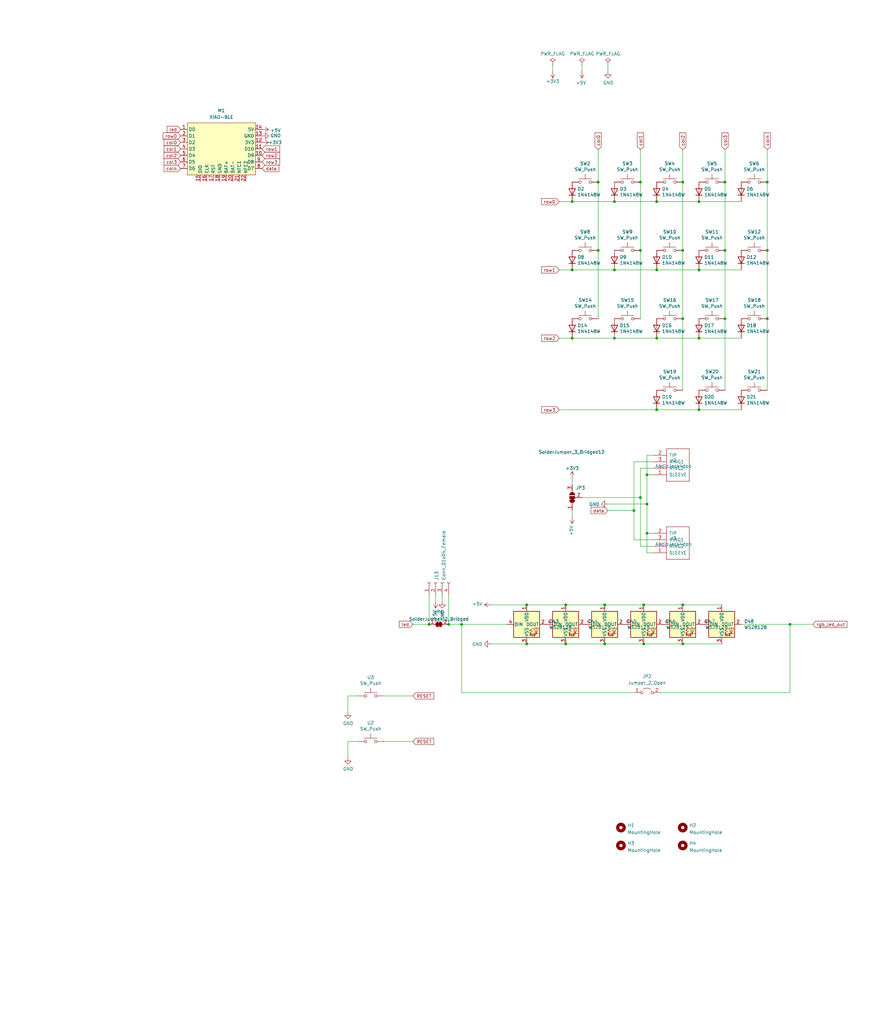
<source format=kicad_sch>
(kicad_sch (version 20230121) (generator eeschema)

  (uuid 61fe293f-6808-4b7f-9340-9aaac7054a97)

  (paper "User" 350.012 399.999)

  (lib_symbols
    (symbol "Connector:Conn_01x04_Female" (pin_names (offset 1.016) hide) (in_bom yes) (on_board yes)
      (property "Reference" "J" (at 0 5.08 0)
        (effects (font (size 1.27 1.27)))
      )
      (property "Value" "Conn_01x04_Female" (at 0 -7.62 0)
        (effects (font (size 1.27 1.27)))
      )
      (property "Footprint" "" (at 0 0 0)
        (effects (font (size 1.27 1.27)) hide)
      )
      (property "Datasheet" "~" (at 0 0 0)
        (effects (font (size 1.27 1.27)) hide)
      )
      (property "ki_keywords" "connector" (at 0 0 0)
        (effects (font (size 1.27 1.27)) hide)
      )
      (property "ki_description" "Generic connector, single row, 01x04, script generated (kicad-library-utils/schlib/autogen/connector/)" (at 0 0 0)
        (effects (font (size 1.27 1.27)) hide)
      )
      (property "ki_fp_filters" "Connector*:*_1x??_*" (at 0 0 0)
        (effects (font (size 1.27 1.27)) hide)
      )
      (symbol "Conn_01x04_Female_1_1"
        (arc (start 0 -4.572) (mid -0.5058 -5.08) (end 0 -5.588)
          (stroke (width 0.1524) (type default))
          (fill (type none))
        )
        (arc (start 0 -2.032) (mid -0.5058 -2.54) (end 0 -3.048)
          (stroke (width 0.1524) (type default))
          (fill (type none))
        )
        (polyline
          (pts
            (xy -1.27 -5.08)
            (xy -0.508 -5.08)
          )
          (stroke (width 0.1524) (type default))
          (fill (type none))
        )
        (polyline
          (pts
            (xy -1.27 -2.54)
            (xy -0.508 -2.54)
          )
          (stroke (width 0.1524) (type default))
          (fill (type none))
        )
        (polyline
          (pts
            (xy -1.27 0)
            (xy -0.508 0)
          )
          (stroke (width 0.1524) (type default))
          (fill (type none))
        )
        (polyline
          (pts
            (xy -1.27 2.54)
            (xy -0.508 2.54)
          )
          (stroke (width 0.1524) (type default))
          (fill (type none))
        )
        (arc (start 0 0.508) (mid -0.5058 0) (end 0 -0.508)
          (stroke (width 0.1524) (type default))
          (fill (type none))
        )
        (arc (start 0 3.048) (mid -0.5058 2.54) (end 0 2.032)
          (stroke (width 0.1524) (type default))
          (fill (type none))
        )
        (pin passive line (at -5.08 2.54 0) (length 3.81)
          (name "Pin_1" (effects (font (size 1.27 1.27))))
          (number "1" (effects (font (size 1.27 1.27))))
        )
        (pin passive line (at -5.08 0 0) (length 3.81)
          (name "Pin_2" (effects (font (size 1.27 1.27))))
          (number "2" (effects (font (size 1.27 1.27))))
        )
        (pin passive line (at -5.08 -2.54 0) (length 3.81)
          (name "Pin_3" (effects (font (size 1.27 1.27))))
          (number "3" (effects (font (size 1.27 1.27))))
        )
        (pin passive line (at -5.08 -5.08 0) (length 3.81)
          (name "Pin_4" (effects (font (size 1.27 1.27))))
          (number "4" (effects (font (size 1.27 1.27))))
        )
      )
    )
    (symbol "Diode:1N4148W" (pin_numbers hide) (pin_names (offset 1.016) hide) (in_bom yes) (on_board yes)
      (property "Reference" "D" (at 0 2.54 0)
        (effects (font (size 1.27 1.27)))
      )
      (property "Value" "1N4148W" (at 0 -2.54 0)
        (effects (font (size 1.27 1.27)))
      )
      (property "Footprint" "Diode_SMD:D_SOD-123" (at 0 -4.445 0)
        (effects (font (size 1.27 1.27)) hide)
      )
      (property "Datasheet" "https://www.vishay.com/docs/85748/1n4148w.pdf" (at 0 0 0)
        (effects (font (size 1.27 1.27)) hide)
      )
      (property "ki_keywords" "diode" (at 0 0 0)
        (effects (font (size 1.27 1.27)) hide)
      )
      (property "ki_description" "75V 0.15A Fast Switching Diode, SOD-123" (at 0 0 0)
        (effects (font (size 1.27 1.27)) hide)
      )
      (property "ki_fp_filters" "D*SOD?123*" (at 0 0 0)
        (effects (font (size 1.27 1.27)) hide)
      )
      (symbol "1N4148W_0_1"
        (polyline
          (pts
            (xy -1.27 1.27)
            (xy -1.27 -1.27)
          )
          (stroke (width 0.254) (type default))
          (fill (type none))
        )
        (polyline
          (pts
            (xy 1.27 0)
            (xy -1.27 0)
          )
          (stroke (width 0) (type default))
          (fill (type none))
        )
        (polyline
          (pts
            (xy 1.27 1.27)
            (xy 1.27 -1.27)
            (xy -1.27 0)
            (xy 1.27 1.27)
          )
          (stroke (width 0.254) (type default))
          (fill (type none))
        )
      )
      (symbol "1N4148W_1_1"
        (pin passive line (at -3.81 0 0) (length 2.54)
          (name "K" (effects (font (size 1.27 1.27))))
          (number "1" (effects (font (size 1.27 1.27))))
        )
        (pin passive line (at 3.81 0 180) (length 2.54)
          (name "A" (effects (font (size 1.27 1.27))))
          (number "2" (effects (font (size 1.27 1.27))))
        )
      )
    )
    (symbol "Jumper:Jumper_2_Open" (pin_names (offset 0) hide) (in_bom yes) (on_board yes)
      (property "Reference" "JP" (at 0 2.794 0)
        (effects (font (size 1.27 1.27)))
      )
      (property "Value" "Jumper_2_Open" (at 0 -2.286 0)
        (effects (font (size 1.27 1.27)))
      )
      (property "Footprint" "" (at 0 0 0)
        (effects (font (size 1.27 1.27)) hide)
      )
      (property "Datasheet" "~" (at 0 0 0)
        (effects (font (size 1.27 1.27)) hide)
      )
      (property "ki_keywords" "Jumper SPST" (at 0 0 0)
        (effects (font (size 1.27 1.27)) hide)
      )
      (property "ki_description" "Jumper, 2-pole, open" (at 0 0 0)
        (effects (font (size 1.27 1.27)) hide)
      )
      (property "ki_fp_filters" "Jumper* TestPoint*2Pads* TestPoint*Bridge*" (at 0 0 0)
        (effects (font (size 1.27 1.27)) hide)
      )
      (symbol "Jumper_2_Open_0_0"
        (circle (center -2.032 0) (radius 0.508)
          (stroke (width 0) (type default))
          (fill (type none))
        )
        (circle (center 2.032 0) (radius 0.508)
          (stroke (width 0) (type default))
          (fill (type none))
        )
      )
      (symbol "Jumper_2_Open_0_1"
        (arc (start 1.524 1.27) (mid 0 1.778) (end -1.524 1.27)
          (stroke (width 0) (type default))
          (fill (type none))
        )
      )
      (symbol "Jumper_2_Open_1_1"
        (pin passive line (at -5.08 0 0) (length 2.54)
          (name "A" (effects (font (size 1.27 1.27))))
          (number "1" (effects (font (size 1.27 1.27))))
        )
        (pin passive line (at 5.08 0 180) (length 2.54)
          (name "B" (effects (font (size 1.27 1.27))))
          (number "2" (effects (font (size 1.27 1.27))))
        )
      )
    )
    (symbol "Jumper:SolderJumper_2_Bridged" (pin_names (offset 0) hide) (in_bom yes) (on_board yes)
      (property "Reference" "JP" (at 0 2.032 0)
        (effects (font (size 1.27 1.27)))
      )
      (property "Value" "SolderJumper_2_Bridged" (at 0 -2.54 0)
        (effects (font (size 1.27 1.27)))
      )
      (property "Footprint" "" (at 0 0 0)
        (effects (font (size 1.27 1.27)) hide)
      )
      (property "Datasheet" "~" (at 0 0 0)
        (effects (font (size 1.27 1.27)) hide)
      )
      (property "ki_keywords" "solder jumper SPST" (at 0 0 0)
        (effects (font (size 1.27 1.27)) hide)
      )
      (property "ki_description" "Solder Jumper, 2-pole, closed/bridged" (at 0 0 0)
        (effects (font (size 1.27 1.27)) hide)
      )
      (property "ki_fp_filters" "SolderJumper*Bridged*" (at 0 0 0)
        (effects (font (size 1.27 1.27)) hide)
      )
      (symbol "SolderJumper_2_Bridged_0_1"
        (rectangle (start -0.508 0.508) (end 0.508 -0.508)
          (stroke (width 0) (type default))
          (fill (type outline))
        )
        (arc (start -0.254 1.016) (mid -1.2656 0) (end -0.254 -1.016)
          (stroke (width 0) (type default))
          (fill (type none))
        )
        (arc (start -0.254 1.016) (mid -1.2656 0) (end -0.254 -1.016)
          (stroke (width 0) (type default))
          (fill (type outline))
        )
        (polyline
          (pts
            (xy -0.254 1.016)
            (xy -0.254 -1.016)
          )
          (stroke (width 0) (type default))
          (fill (type none))
        )
        (polyline
          (pts
            (xy 0.254 1.016)
            (xy 0.254 -1.016)
          )
          (stroke (width 0) (type default))
          (fill (type none))
        )
        (arc (start 0.254 -1.016) (mid 1.2656 0) (end 0.254 1.016)
          (stroke (width 0) (type default))
          (fill (type none))
        )
        (arc (start 0.254 -1.016) (mid 1.2656 0) (end 0.254 1.016)
          (stroke (width 0) (type default))
          (fill (type outline))
        )
      )
      (symbol "SolderJumper_2_Bridged_1_1"
        (pin passive line (at -3.81 0 0) (length 2.54)
          (name "A" (effects (font (size 1.27 1.27))))
          (number "1" (effects (font (size 1.27 1.27))))
        )
        (pin passive line (at 3.81 0 180) (length 2.54)
          (name "B" (effects (font (size 1.27 1.27))))
          (number "2" (effects (font (size 1.27 1.27))))
        )
      )
    )
    (symbol "Jumper:SolderJumper_3_Bridged12" (pin_names (offset 0) hide) (in_bom yes) (on_board yes)
      (property "Reference" "JP" (at -2.54 -2.54 0)
        (effects (font (size 1.27 1.27)))
      )
      (property "Value" "SolderJumper_3_Bridged12" (at 0 2.794 0)
        (effects (font (size 1.27 1.27)))
      )
      (property "Footprint" "" (at 0 0 0)
        (effects (font (size 1.27 1.27)) hide)
      )
      (property "Datasheet" "~" (at 0 0 0)
        (effects (font (size 1.27 1.27)) hide)
      )
      (property "ki_keywords" "Solder Jumper SPDT" (at 0 0 0)
        (effects (font (size 1.27 1.27)) hide)
      )
      (property "ki_description" "3-pole Solder Jumper, pins 1+2 closed/bridged" (at 0 0 0)
        (effects (font (size 1.27 1.27)) hide)
      )
      (property "ki_fp_filters" "SolderJumper*Bridged12*" (at 0 0 0)
        (effects (font (size 1.27 1.27)) hide)
      )
      (symbol "SolderJumper_3_Bridged12_0_1"
        (rectangle (start -1.016 0.508) (end -0.508 -0.508)
          (stroke (width 0) (type default))
          (fill (type outline))
        )
        (arc (start -1.016 1.016) (mid -2.0276 0) (end -1.016 -1.016)
          (stroke (width 0) (type default))
          (fill (type none))
        )
        (arc (start -1.016 1.016) (mid -2.0276 0) (end -1.016 -1.016)
          (stroke (width 0) (type default))
          (fill (type outline))
        )
        (rectangle (start -0.508 1.016) (end 0.508 -1.016)
          (stroke (width 0) (type default))
          (fill (type outline))
        )
        (polyline
          (pts
            (xy -2.54 0)
            (xy -2.032 0)
          )
          (stroke (width 0) (type default))
          (fill (type none))
        )
        (polyline
          (pts
            (xy -1.016 1.016)
            (xy -1.016 -1.016)
          )
          (stroke (width 0) (type default))
          (fill (type none))
        )
        (polyline
          (pts
            (xy 0 -1.27)
            (xy 0 -1.016)
          )
          (stroke (width 0) (type default))
          (fill (type none))
        )
        (polyline
          (pts
            (xy 1.016 1.016)
            (xy 1.016 -1.016)
          )
          (stroke (width 0) (type default))
          (fill (type none))
        )
        (polyline
          (pts
            (xy 2.54 0)
            (xy 2.032 0)
          )
          (stroke (width 0) (type default))
          (fill (type none))
        )
        (arc (start 1.016 -1.016) (mid 2.0276 0) (end 1.016 1.016)
          (stroke (width 0) (type default))
          (fill (type none))
        )
        (arc (start 1.016 -1.016) (mid 2.0276 0) (end 1.016 1.016)
          (stroke (width 0) (type default))
          (fill (type outline))
        )
      )
      (symbol "SolderJumper_3_Bridged12_1_1"
        (pin passive line (at -5.08 0 0) (length 2.54)
          (name "A" (effects (font (size 1.27 1.27))))
          (number "1" (effects (font (size 1.27 1.27))))
        )
        (pin passive line (at 0 -3.81 90) (length 2.54)
          (name "C" (effects (font (size 1.27 1.27))))
          (number "2" (effects (font (size 1.27 1.27))))
        )
        (pin passive line (at 5.08 0 180) (length 2.54)
          (name "B" (effects (font (size 1.27 1.27))))
          (number "3" (effects (font (size 1.27 1.27))))
        )
      )
    )
    (symbol "Mechanical:MountingHole" (pin_names (offset 1.016)) (in_bom yes) (on_board yes)
      (property "Reference" "H" (at 0 5.08 0)
        (effects (font (size 1.27 1.27)))
      )
      (property "Value" "MountingHole" (at 0 3.175 0)
        (effects (font (size 1.27 1.27)))
      )
      (property "Footprint" "" (at 0 0 0)
        (effects (font (size 1.27 1.27)) hide)
      )
      (property "Datasheet" "~" (at 0 0 0)
        (effects (font (size 1.27 1.27)) hide)
      )
      (property "ki_keywords" "mounting hole" (at 0 0 0)
        (effects (font (size 1.27 1.27)) hide)
      )
      (property "ki_description" "Mounting Hole without connection" (at 0 0 0)
        (effects (font (size 1.27 1.27)) hide)
      )
      (property "ki_fp_filters" "MountingHole*" (at 0 0 0)
        (effects (font (size 1.27 1.27)) hide)
      )
      (symbol "MountingHole_0_1"
        (circle (center 0 0) (radius 1.27)
          (stroke (width 1.27) (type default))
          (fill (type none))
        )
      )
    )
    (symbol "Switch:SW_Push" (pin_numbers hide) (pin_names (offset 1.016) hide) (in_bom yes) (on_board yes)
      (property "Reference" "SW" (at 1.27 2.54 0)
        (effects (font (size 1.27 1.27)) (justify left))
      )
      (property "Value" "SW_Push" (at 0 -1.524 0)
        (effects (font (size 1.27 1.27)))
      )
      (property "Footprint" "" (at 0 5.08 0)
        (effects (font (size 1.27 1.27)) hide)
      )
      (property "Datasheet" "~" (at 0 5.08 0)
        (effects (font (size 1.27 1.27)) hide)
      )
      (property "ki_keywords" "switch normally-open pushbutton push-button" (at 0 0 0)
        (effects (font (size 1.27 1.27)) hide)
      )
      (property "ki_description" "Push button switch, generic, two pins" (at 0 0 0)
        (effects (font (size 1.27 1.27)) hide)
      )
      (symbol "SW_Push_0_1"
        (circle (center -2.032 0) (radius 0.508)
          (stroke (width 0) (type default))
          (fill (type none))
        )
        (polyline
          (pts
            (xy 0 1.27)
            (xy 0 3.048)
          )
          (stroke (width 0) (type default))
          (fill (type none))
        )
        (polyline
          (pts
            (xy 2.54 1.27)
            (xy -2.54 1.27)
          )
          (stroke (width 0) (type default))
          (fill (type none))
        )
        (circle (center 2.032 0) (radius 0.508)
          (stroke (width 0) (type default))
          (fill (type none))
        )
        (pin passive line (at -5.08 0 0) (length 2.54)
          (name "1" (effects (font (size 1.27 1.27))))
          (number "1" (effects (font (size 1.27 1.27))))
        )
        (pin passive line (at 5.08 0 180) (length 2.54)
          (name "2" (effects (font (size 1.27 1.27))))
          (number "2" (effects (font (size 1.27 1.27))))
        )
      )
    )
    (symbol "fingerpunch:XIAO-BLE" (in_bom yes) (on_board yes)
      (property "Reference" "M" (at 0 0 0)
        (effects (font (size 1.27 1.27)))
      )
      (property "Value" "XIAO-BLE" (at 0 2.54 0)
        (effects (font (size 1.27 1.27)))
      )
      (property "Footprint" "" (at 0 0 0)
        (effects (font (size 1.27 1.27)) hide)
      )
      (property "Datasheet" "" (at 0 0 0)
        (effects (font (size 1.27 1.27)) hide)
      )
      (symbol "XIAO-BLE_0_1"
        (rectangle (start -12.7 10.16) (end 13.97 -10.16)
          (stroke (width 0) (type default))
          (fill (type background))
        )
      )
      (symbol "XIAO-BLE_1_1"
        (pin bidirectional line (at -15.24 7.62 0) (length 2.54)
          (name "D0" (effects (font (size 1.27 1.27))))
          (number "1" (effects (font (size 1.27 1.27))))
        )
        (pin bidirectional line (at 16.51 -2.54 180) (length 2.54)
          (name "D9" (effects (font (size 1.27 1.27))))
          (number "10" (effects (font (size 1.27 1.27))))
        )
        (pin bidirectional line (at 16.51 0 180) (length 2.54)
          (name "D10" (effects (font (size 1.27 1.27))))
          (number "11" (effects (font (size 1.27 1.27))))
        )
        (pin power_in line (at 16.51 2.54 180) (length 2.54)
          (name "3V3" (effects (font (size 1.27 1.27))))
          (number "12" (effects (font (size 1.27 1.27))))
        )
        (pin power_in line (at 16.51 5.08 180) (length 2.54)
          (name "GND" (effects (font (size 1.27 1.27))))
          (number "13" (effects (font (size 1.27 1.27))))
        )
        (pin power_in line (at 16.51 7.62 180) (length 2.54)
          (name "5V" (effects (font (size 1.27 1.27))))
          (number "14" (effects (font (size 1.27 1.27))))
        )
        (pin bidirectional line (at -7.62 -12.7 90) (length 2.54)
          (name "DIO" (effects (font (size 1.27 1.27))))
          (number "15" (effects (font (size 1.27 1.27))))
        )
        (pin bidirectional line (at -5.08 -12.7 90) (length 2.54)
          (name "CLK" (effects (font (size 1.27 1.27))))
          (number "16" (effects (font (size 1.27 1.27))))
        )
        (pin bidirectional line (at -2.54 -12.7 90) (length 2.54)
          (name "RST" (effects (font (size 1.27 1.27))))
          (number "17" (effects (font (size 1.27 1.27))))
        )
        (pin bidirectional line (at 0 -12.7 90) (length 2.54)
          (name "GND" (effects (font (size 1.27 1.27))))
          (number "18" (effects (font (size 1.27 1.27))))
        )
        (pin bidirectional line (at 2.54 -12.7 90) (length 2.54)
          (name "BAT+" (effects (font (size 1.27 1.27))))
          (number "19" (effects (font (size 1.27 1.27))))
        )
        (pin bidirectional line (at -15.24 5.08 0) (length 2.54)
          (name "D1" (effects (font (size 1.27 1.27))))
          (number "2" (effects (font (size 1.27 1.27))))
        )
        (pin bidirectional line (at 5.08 -12.7 90) (length 2.54)
          (name "BAT-" (effects (font (size 1.27 1.27))))
          (number "20" (effects (font (size 1.27 1.27))))
        )
        (pin bidirectional line (at 7.62 -12.7 90) (length 2.54)
          (name "NFC1" (effects (font (size 1.27 1.27))))
          (number "21" (effects (font (size 1.27 1.27))))
        )
        (pin bidirectional line (at 10.16 -12.7 90) (length 2.54)
          (name "NFC2" (effects (font (size 1.27 1.27))))
          (number "22" (effects (font (size 1.27 1.27))))
        )
        (pin bidirectional line (at -15.24 2.54 0) (length 2.54)
          (name "D2" (effects (font (size 1.27 1.27))))
          (number "3" (effects (font (size 1.27 1.27))))
        )
        (pin bidirectional line (at -15.24 0 0) (length 2.54)
          (name "D3" (effects (font (size 1.27 1.27))))
          (number "4" (effects (font (size 1.27 1.27))))
        )
        (pin bidirectional line (at -15.24 -2.54 0) (length 2.54)
          (name "D4" (effects (font (size 1.27 1.27))))
          (number "5" (effects (font (size 1.27 1.27))))
        )
        (pin bidirectional line (at -15.24 -5.08 0) (length 2.54)
          (name "D5" (effects (font (size 1.27 1.27))))
          (number "6" (effects (font (size 1.27 1.27))))
        )
        (pin bidirectional line (at -15.24 -7.62 0) (length 2.54)
          (name "D6" (effects (font (size 1.27 1.27))))
          (number "7" (effects (font (size 1.27 1.27))))
        )
        (pin bidirectional line (at 16.51 -7.62 180) (length 2.54)
          (name "D7" (effects (font (size 1.27 1.27))))
          (number "8" (effects (font (size 1.27 1.27))))
        )
        (pin bidirectional line (at 16.51 -5.08 180) (length 2.54)
          (name "D8" (effects (font (size 1.27 1.27))))
          (number "9" (effects (font (size 1.27 1.27))))
        )
      )
    )
    (symbol "keebio:TRRS" (pin_names (offset 1.016)) (in_bom yes) (on_board yes)
      (property "Reference" "U" (at 0 15.24 0)
        (effects (font (size 1.524 1.524)))
      )
      (property "Value" "TRRS" (at 0 -2.54 0)
        (effects (font (size 1.524 1.524)))
      )
      (property "Footprint" "" (at 3.81 0 0)
        (effects (font (size 1.524 1.524)) hide)
      )
      (property "Datasheet" "" (at 3.81 0 0)
        (effects (font (size 1.524 1.524)) hide)
      )
      (symbol "TRRS_0_1"
        (rectangle (start -3.81 0) (end -3.81 12.7)
          (stroke (width 0) (type default))
          (fill (type none))
        )
        (rectangle (start -3.81 12.7) (end 5.08 12.7)
          (stroke (width 0) (type default))
          (fill (type none))
        )
        (rectangle (start 5.08 0) (end -3.81 0)
          (stroke (width 0) (type default))
          (fill (type none))
        )
        (rectangle (start 5.08 12.7) (end 5.08 0)
          (stroke (width 0) (type default))
          (fill (type none))
        )
      )
      (symbol "TRRS_1_1"
        (pin input line (at -8.89 2.54 0) (length 5.08)
          (name "SLEEVE" (effects (font (size 1.27 1.27))))
          (number "1" (effects (font (size 1.27 1.27))))
        )
        (pin input line (at -8.89 10.16 0) (length 5.08)
          (name "TIP" (effects (font (size 1.27 1.27))))
          (number "2" (effects (font (size 1.27 1.27))))
        )
        (pin input line (at -8.89 7.62 0) (length 5.08)
          (name "RING1" (effects (font (size 1.27 1.27))))
          (number "3" (effects (font (size 1.27 1.27))))
        )
        (pin input line (at -8.89 5.08 0) (length 5.08)
          (name "RING2" (effects (font (size 1.27 1.27))))
          (number "4" (effects (font (size 1.27 1.27))))
        )
      )
    )
    (symbol "kicad-keyboard-parts:SK6812MINI-E" (pin_names (offset 0.254)) (in_bom yes) (on_board yes)
      (property "Reference" "D" (at 5.08 5.715 0)
        (effects (font (size 1.27 1.27)) (justify right bottom))
      )
      (property "Value" "SK6812MINI-E" (at 1.27 -5.715 0)
        (effects (font (size 1.27 1.27)) (justify left top))
      )
      (property "Footprint" "kicad-keyboard-parts:MX_SK6812MINI-E" (at 1.27 -7.62 0)
        (effects (font (size 1.27 1.27)) (justify left top) hide)
      )
      (property "Datasheet" "https://cdn-shop.adafruit.com/product-files/2686/SK6812MINI_REV.01-1-2.pdf" (at 2.54 -9.525 0)
        (effects (font (size 1.27 1.27)) (justify left top) hide)
      )
      (property "ki_keywords" "RGB LED NeoPixel Mini addressable" (at 0 0 0)
        (effects (font (size 1.27 1.27)) hide)
      )
      (property "ki_description" "Reverse-mount RGB LED with integrated controller" (at 0 0 0)
        (effects (font (size 1.27 1.27)) hide)
      )
      (property "ki_fp_filters" "LED*SK6812MINI*PLCC*3.5x3.5mm*P1.75mm*" (at 0 0 0)
        (effects (font (size 1.27 1.27)) hide)
      )
      (symbol "SK6812MINI-E_0_0"
        (text "RGB" (at 2.286 -4.191 0)
          (effects (font (size 0.762 0.762)))
        )
      )
      (symbol "SK6812MINI-E_0_1"
        (polyline
          (pts
            (xy 1.27 -3.556)
            (xy 1.778 -3.556)
          )
          (stroke (width 0) (type default))
          (fill (type none))
        )
        (polyline
          (pts
            (xy 1.27 -2.54)
            (xy 1.778 -2.54)
          )
          (stroke (width 0) (type default))
          (fill (type none))
        )
        (polyline
          (pts
            (xy 4.699 -3.556)
            (xy 2.667 -3.556)
          )
          (stroke (width 0) (type default))
          (fill (type none))
        )
        (polyline
          (pts
            (xy 2.286 -2.54)
            (xy 1.27 -3.556)
            (xy 1.27 -3.048)
          )
          (stroke (width 0) (type default))
          (fill (type none))
        )
        (polyline
          (pts
            (xy 2.286 -1.524)
            (xy 1.27 -2.54)
            (xy 1.27 -2.032)
          )
          (stroke (width 0) (type default))
          (fill (type none))
        )
        (polyline
          (pts
            (xy 3.683 -1.016)
            (xy 3.683 -3.556)
            (xy 3.683 -4.064)
          )
          (stroke (width 0) (type default))
          (fill (type none))
        )
        (polyline
          (pts
            (xy 4.699 -1.524)
            (xy 2.667 -1.524)
            (xy 3.683 -3.556)
            (xy 4.699 -1.524)
          )
          (stroke (width 0) (type default))
          (fill (type none))
        )
        (rectangle (start 5.08 5.08) (end -5.08 -5.08)
          (stroke (width 0.254) (type default))
          (fill (type background))
        )
      )
      (symbol "SK6812MINI-E_1_1"
        (pin power_in line (at 0 7.62 270) (length 2.54)
          (name "VDD" (effects (font (size 1.27 1.27))))
          (number "1" (effects (font (size 1.27 1.27))))
        )
        (pin output line (at 7.62 0 180) (length 2.54)
          (name "DOUT" (effects (font (size 1.27 1.27))))
          (number "2" (effects (font (size 1.27 1.27))))
        )
        (pin power_in line (at 0 -7.62 90) (length 2.54)
          (name "VSS" (effects (font (size 1.27 1.27))))
          (number "3" (effects (font (size 1.27 1.27))))
        )
        (pin input line (at -7.62 0 0) (length 2.54)
          (name "DIN" (effects (font (size 1.27 1.27))))
          (number "4" (effects (font (size 1.27 1.27))))
        )
      )
    )
    (symbol "power:+3V3" (power) (pin_names (offset 0)) (in_bom yes) (on_board yes)
      (property "Reference" "#PWR" (at 0 -3.81 0)
        (effects (font (size 1.27 1.27)) hide)
      )
      (property "Value" "+3V3" (at 0 3.556 0)
        (effects (font (size 1.27 1.27)))
      )
      (property "Footprint" "" (at 0 0 0)
        (effects (font (size 1.27 1.27)) hide)
      )
      (property "Datasheet" "" (at 0 0 0)
        (effects (font (size 1.27 1.27)) hide)
      )
      (property "ki_keywords" "power-flag" (at 0 0 0)
        (effects (font (size 1.27 1.27)) hide)
      )
      (property "ki_description" "Power symbol creates a global label with name \"+3V3\"" (at 0 0 0)
        (effects (font (size 1.27 1.27)) hide)
      )
      (symbol "+3V3_0_1"
        (polyline
          (pts
            (xy -0.762 1.27)
            (xy 0 2.54)
          )
          (stroke (width 0) (type default))
          (fill (type none))
        )
        (polyline
          (pts
            (xy 0 0)
            (xy 0 2.54)
          )
          (stroke (width 0) (type default))
          (fill (type none))
        )
        (polyline
          (pts
            (xy 0 2.54)
            (xy 0.762 1.27)
          )
          (stroke (width 0) (type default))
          (fill (type none))
        )
      )
      (symbol "+3V3_1_1"
        (pin power_in line (at 0 0 90) (length 0) hide
          (name "+3V3" (effects (font (size 1.27 1.27))))
          (number "1" (effects (font (size 1.27 1.27))))
        )
      )
    )
    (symbol "power:+5V" (power) (pin_names (offset 0)) (in_bom yes) (on_board yes)
      (property "Reference" "#PWR" (at 0 -3.81 0)
        (effects (font (size 1.27 1.27)) hide)
      )
      (property "Value" "+5V" (at 0 3.556 0)
        (effects (font (size 1.27 1.27)))
      )
      (property "Footprint" "" (at 0 0 0)
        (effects (font (size 1.27 1.27)) hide)
      )
      (property "Datasheet" "" (at 0 0 0)
        (effects (font (size 1.27 1.27)) hide)
      )
      (property "ki_keywords" "power-flag" (at 0 0 0)
        (effects (font (size 1.27 1.27)) hide)
      )
      (property "ki_description" "Power symbol creates a global label with name \"+5V\"" (at 0 0 0)
        (effects (font (size 1.27 1.27)) hide)
      )
      (symbol "+5V_0_1"
        (polyline
          (pts
            (xy -0.762 1.27)
            (xy 0 2.54)
          )
          (stroke (width 0) (type default))
          (fill (type none))
        )
        (polyline
          (pts
            (xy 0 0)
            (xy 0 2.54)
          )
          (stroke (width 0) (type default))
          (fill (type none))
        )
        (polyline
          (pts
            (xy 0 2.54)
            (xy 0.762 1.27)
          )
          (stroke (width 0) (type default))
          (fill (type none))
        )
      )
      (symbol "+5V_1_1"
        (pin power_in line (at 0 0 90) (length 0) hide
          (name "+5V" (effects (font (size 1.27 1.27))))
          (number "1" (effects (font (size 1.27 1.27))))
        )
      )
    )
    (symbol "power:GND" (power) (pin_names (offset 0)) (in_bom yes) (on_board yes)
      (property "Reference" "#PWR" (at 0 -6.35 0)
        (effects (font (size 1.27 1.27)) hide)
      )
      (property "Value" "GND" (at 0 -3.81 0)
        (effects (font (size 1.27 1.27)))
      )
      (property "Footprint" "" (at 0 0 0)
        (effects (font (size 1.27 1.27)) hide)
      )
      (property "Datasheet" "" (at 0 0 0)
        (effects (font (size 1.27 1.27)) hide)
      )
      (property "ki_keywords" "power-flag" (at 0 0 0)
        (effects (font (size 1.27 1.27)) hide)
      )
      (property "ki_description" "Power symbol creates a global label with name \"GND\" , ground" (at 0 0 0)
        (effects (font (size 1.27 1.27)) hide)
      )
      (symbol "GND_0_1"
        (polyline
          (pts
            (xy 0 0)
            (xy 0 -1.27)
            (xy 1.27 -1.27)
            (xy 0 -2.54)
            (xy -1.27 -1.27)
            (xy 0 -1.27)
          )
          (stroke (width 0) (type default))
          (fill (type none))
        )
      )
      (symbol "GND_1_1"
        (pin power_in line (at 0 0 270) (length 0) hide
          (name "GND" (effects (font (size 1.27 1.27))))
          (number "1" (effects (font (size 1.27 1.27))))
        )
      )
    )
    (symbol "power:PWR_FLAG" (power) (pin_numbers hide) (pin_names (offset 0) hide) (in_bom yes) (on_board yes)
      (property "Reference" "#FLG" (at 0 1.905 0)
        (effects (font (size 1.27 1.27)) hide)
      )
      (property "Value" "PWR_FLAG" (at 0 3.81 0)
        (effects (font (size 1.27 1.27)))
      )
      (property "Footprint" "" (at 0 0 0)
        (effects (font (size 1.27 1.27)) hide)
      )
      (property "Datasheet" "~" (at 0 0 0)
        (effects (font (size 1.27 1.27)) hide)
      )
      (property "ki_keywords" "power-flag" (at 0 0 0)
        (effects (font (size 1.27 1.27)) hide)
      )
      (property "ki_description" "Special symbol for telling ERC where power comes from" (at 0 0 0)
        (effects (font (size 1.27 1.27)) hide)
      )
      (symbol "PWR_FLAG_0_0"
        (pin power_out line (at 0 0 90) (length 0)
          (name "pwr" (effects (font (size 1.27 1.27))))
          (number "1" (effects (font (size 1.27 1.27))))
        )
      )
      (symbol "PWR_FLAG_0_1"
        (polyline
          (pts
            (xy 0 0)
            (xy 0 1.27)
            (xy -1.016 1.905)
            (xy 0 2.54)
            (xy 1.016 1.905)
            (xy 0 1.27)
          )
          (stroke (width 0) (type default))
          (fill (type none))
        )
      )
    )
  )

  (junction (at 273.05 132.08) (diameter 0) (color 0 0 0 0)
    (uuid 03c7f780-fc1b-487a-b30d-567d6c09fdc8)
  )
  (junction (at 247.65 199.39) (diameter 0) (color 0 0 0 0)
    (uuid 052dd862-f4f7-40b6-9198-9868f90cbcdf)
  )
  (junction (at 223.52 132.08) (diameter 0) (color 0 0 0 0)
    (uuid 06e85a01-1f94-4112-a5d5-84a5825c60ea)
  )
  (junction (at 233.68 97.79) (diameter 0) (color 0 0 0 0)
    (uuid 097edb1b-8998-4e70-b670-bba125982348)
  )
  (junction (at 251.46 251.46) (diameter 0) (color 0 0 0 0)
    (uuid 0f23b3b4-43c0-41df-ab45-360110c4e825)
  )
  (junction (at 180.34 243.84) (diameter 0) (color 0 0 0 0)
    (uuid 0f8ca7a3-4fb6-49d2-9f69-8b579c45a839)
  )
  (junction (at 256.54 160.02) (diameter 0) (color 0 0 0 0)
    (uuid 0fbf76f2-eeb1-4165-a1e5-39e444072c43)
  )
  (junction (at 233.68 71.12) (diameter 0) (color 0 0 0 0)
    (uuid 0ff508fd-18da-4ab7-9844-3c8a28c2587e)
  )
  (junction (at 252.73 208.28) (diameter 0) (color 0 0 0 0)
    (uuid 1d13742f-07cb-4a7d-9441-88ada0007558)
  )
  (junction (at 240.03 105.41) (diameter 0) (color 0 0 0 0)
    (uuid 1f8b2c0c-b042-4e2e-80f6-4959a27b238f)
  )
  (junction (at 273.05 160.02) (diameter 0) (color 0 0 0 0)
    (uuid 24091908-0fae-4b50-be69-d1c31e4f6aad)
  )
  (junction (at 250.19 194.31) (diameter 0) (color 0 0 0 0)
    (uuid 2a77e17b-d662-4a75-9381-8bba99777cc6)
  )
  (junction (at 205.74 251.46) (diameter 0) (color 0 0 0 0)
    (uuid 309fa007-da9b-446b-8a89-e7d2222a5831)
  )
  (junction (at 250.19 97.79) (diameter 0) (color 0 0 0 0)
    (uuid 41acfe41-fac7-432a-a7a3-946566e2d504)
  )
  (junction (at 220.98 236.22) (diameter 0) (color 0 0 0 0)
    (uuid 478846e3-7800-4fd4-8a02-8f1827af0cd5)
  )
  (junction (at 266.7 236.22) (diameter 0) (color 0 0 0 0)
    (uuid 47e7fed2-6f47-44e2-a9e3-d475d65b28ca)
  )
  (junction (at 240.03 132.08) (diameter 0) (color 0 0 0 0)
    (uuid 700e8b73-5976-423f-a3f3-ab3d9f3e9760)
  )
  (junction (at 250.19 71.12) (diameter 0) (color 0 0 0 0)
    (uuid 70e15522-1572-4451-9c0d-6d36ac70d8c6)
  )
  (junction (at 299.72 124.46) (diameter 0) (color 0 0 0 0)
    (uuid 748b4dd1-75c2-4479-8229-24f458aa5984)
  )
  (junction (at 283.21 124.46) (diameter 0) (color 0 0 0 0)
    (uuid 77f7045d-a9ec-44a4-9685-c5f4cee482d8)
  )
  (junction (at 256.54 105.41) (diameter 0) (color 0 0 0 0)
    (uuid 79e31048-072a-4a40-a625-26bb0b5f046b)
  )
  (junction (at 223.52 78.74) (diameter 0) (color 0 0 0 0)
    (uuid 7a094166-c9b5-4969-b593-e2daa7ea50f1)
  )
  (junction (at 283.21 97.79) (diameter 0) (color 0 0 0 0)
    (uuid 7e0a03ae-d054-4f76-a131-5c09b8dc1636)
  )
  (junction (at 223.52 105.41) (diameter 0) (color 0 0 0 0)
    (uuid 868a0424-5cf9-430b-9aad-c190bd2af3ea)
  )
  (junction (at 308.61 243.84) (diameter 0) (color 0 0 0 0)
    (uuid 9f5097f1-e08d-4e25-88ec-ee80fef4a52d)
  )
  (junction (at 175.26 243.84) (diameter 0) (color 0 0 0 0)
    (uuid 9fc1f129-5327-4238-92c9-8ad50ee8cec9)
  )
  (junction (at 236.22 236.22) (diameter 0) (color 0 0 0 0)
    (uuid a82e41a9-a872-45e1-83cb-2b5d1d2e8213)
  )
  (junction (at 256.54 78.74) (diameter 0) (color 0 0 0 0)
    (uuid b4300db7-1220-431a-b7c3-2edbdf8fa6fc)
  )
  (junction (at 273.05 105.41) (diameter 0) (color 0 0 0 0)
    (uuid b873bc5d-a9af-4bd9-afcb-87ce4d417120)
  )
  (junction (at 266.7 97.79) (diameter 0) (color 0 0 0 0)
    (uuid c094494a-f6f7-43fc-a007-4951484ddf3a)
  )
  (junction (at 167.64 243.84) (diameter 0) (color 0 0 0 0)
    (uuid c0a0e784-c558-4dea-baeb-bf4f930d9a4c)
  )
  (junction (at 236.22 251.46) (diameter 0) (color 0 0 0 0)
    (uuid c0f0b113-bbf0-41a6-a64d-72b4c3171f53)
  )
  (junction (at 256.54 132.08) (diameter 0) (color 0 0 0 0)
    (uuid c76d4423-ef1b-4a6f-8176-33d65f2877bb)
  )
  (junction (at 266.7 71.12) (diameter 0) (color 0 0 0 0)
    (uuid ca87f11b-5f48-4b57-8535-68d3ec2fe5a9)
  )
  (junction (at 299.72 97.79) (diameter 0) (color 0 0 0 0)
    (uuid d0fb0864-e79b-4bdc-8e8e-eed0cabe6d56)
  )
  (junction (at 266.7 251.46) (diameter 0) (color 0 0 0 0)
    (uuid d2ff7bac-1c52-4a2f-80d9-94464f606dca)
  )
  (junction (at 205.74 236.22) (diameter 0) (color 0 0 0 0)
    (uuid e1409ca4-be7d-4e7e-b6a5-ec000316f010)
  )
  (junction (at 299.72 71.12) (diameter 0) (color 0 0 0 0)
    (uuid e43dbe34-ed17-4e35-a5c7-2f1679b3c415)
  )
  (junction (at 283.21 71.12) (diameter 0) (color 0 0 0 0)
    (uuid e4c6fdbb-fdc7-4ad4-a516-240d84cdc120)
  )
  (junction (at 240.03 78.74) (diameter 0) (color 0 0 0 0)
    (uuid e5203297-b913-4288-a576-12a92185cb52)
  )
  (junction (at 220.98 251.46) (diameter 0) (color 0 0 0 0)
    (uuid f5ffed9e-6dcc-42e2-afb5-0804bb92c659)
  )
  (junction (at 252.73 185.42) (diameter 0) (color 0 0 0 0)
    (uuid f68d2967-f4b8-4098-80a6-64d47e5c45c9)
  )
  (junction (at 273.05 78.74) (diameter 0) (color 0 0 0 0)
    (uuid f7667b23-296e-4362-a7e3-949632c8954b)
  )
  (junction (at 252.73 196.85) (diameter 0) (color 0 0 0 0)
    (uuid fa8fdf62-5a4d-4c3a-9d6f-f809f4fe81cb)
  )
  (junction (at 251.46 236.22) (diameter 0) (color 0 0 0 0)
    (uuid fcfae7ba-d6c8-413b-9725-7faaea5860cf)
  )
  (junction (at 266.7 124.46) (diameter 0) (color 0 0 0 0)
    (uuid fd1c62e1-36c8-44ad-a996-203f2505df49)
  )

  (wire (pts (xy 266.7 58.42) (xy 266.7 71.12))
    (stroke (width 0) (type default))
    (uuid 01e9b6e7-adf9-4ee7-9447-a588630ee4a2)
  )
  (wire (pts (xy 223.52 78.74) (xy 240.03 78.74))
    (stroke (width 0) (type default))
    (uuid 03caada9-9e22-4e2d-9035-b15433dfbb17)
  )
  (wire (pts (xy 247.65 210.82) (xy 247.65 199.39))
    (stroke (width 0) (type default))
    (uuid 051534c9-4774-4167-918c-8bf2498f2451)
  )
  (wire (pts (xy 220.98 236.22) (xy 236.22 236.22))
    (stroke (width 0) (type default))
    (uuid 14b7346f-0116-46fb-891a-6aa1d833866b)
  )
  (wire (pts (xy 308.61 243.84) (xy 317.5 243.84))
    (stroke (width 0) (type default))
    (uuid 14eb1d36-048f-41db-89f4-571f393a4b4f)
  )
  (wire (pts (xy 255.27 182.88) (xy 250.19 182.88))
    (stroke (width 0) (type default))
    (uuid 1604f1ce-0290-40ad-837a-3aa77f076f96)
  )
  (wire (pts (xy 273.05 78.74) (xy 289.56 78.74))
    (stroke (width 0) (type default))
    (uuid 16a9ae8c-3ad2-439b-8efe-377c994670c7)
  )
  (wire (pts (xy 167.64 232.41) (xy 167.64 243.84))
    (stroke (width 0) (type default))
    (uuid 16f0126a-e304-4c25-8ee0-d0630bf1705e)
  )
  (wire (pts (xy 135.89 289.56) (xy 135.89 295.91))
    (stroke (width 0) (type default))
    (uuid 17902885-fd02-468b-bd64-d5b883f5a8ad)
  )
  (wire (pts (xy 161.29 243.84) (xy 167.64 243.84))
    (stroke (width 0) (type default))
    (uuid 195c48c6-83e2-4c35-8a7f-cc8888fb7220)
  )
  (wire (pts (xy 255.27 213.36) (xy 250.19 213.36))
    (stroke (width 0) (type default))
    (uuid 1b9eaba2-17fb-4779-b391-5f78920e2fbe)
  )
  (wire (pts (xy 218.44 132.08) (xy 223.52 132.08))
    (stroke (width 0) (type default))
    (uuid 1ced7462-d017-4e04-8d92-7d8c80a8906e)
  )
  (wire (pts (xy 233.68 58.42) (xy 233.68 71.12))
    (stroke (width 0) (type default))
    (uuid 1f3003e6-dce5-420f-906b-3f1e92b67249)
  )
  (wire (pts (xy 273.05 105.41) (xy 289.56 105.41))
    (stroke (width 0) (type default))
    (uuid 20c315f4-1e4f-49aa-8d61-778a7389df7e)
  )
  (wire (pts (xy 223.52 132.08) (xy 240.03 132.08))
    (stroke (width 0) (type default))
    (uuid 22999e73-da32-43a5-9163-4b3a41614f25)
  )
  (wire (pts (xy 252.73 177.8) (xy 255.27 177.8))
    (stroke (width 0) (type default))
    (uuid 24108ed6-8284-4ffc-8484-eeeec81e7186)
  )
  (wire (pts (xy 237.49 25.4) (xy 237.49 27.94))
    (stroke (width 0) (type default))
    (uuid 282c8e53-3acc-42f0-a92a-6aa976b97a93)
  )
  (wire (pts (xy 252.73 208.28) (xy 252.73 196.85))
    (stroke (width 0) (type default))
    (uuid 2b04a52c-3ff7-4a21-9c1c-8df949ac4f37)
  )
  (wire (pts (xy 247.65 180.34) (xy 247.65 199.39))
    (stroke (width 0) (type default))
    (uuid 2df64606-46e6-4fdf-a3ca-9ba20838f993)
  )
  (wire (pts (xy 205.74 251.46) (xy 220.98 251.46))
    (stroke (width 0) (type default))
    (uuid 2f5635c3-9895-44f6-8975-182a036b9574)
  )
  (wire (pts (xy 223.52 201.93) (xy 223.52 199.39))
    (stroke (width 0) (type default))
    (uuid 310b0b84-2e46-4ec1-b60c-6f3c725c9269)
  )
  (wire (pts (xy 256.54 105.41) (xy 273.05 105.41))
    (stroke (width 0) (type default))
    (uuid 35a9f71f-ba35-47f6-814e-4106ac36c51e)
  )
  (wire (pts (xy 252.73 196.85) (xy 252.73 185.42))
    (stroke (width 0) (type default))
    (uuid 39528db6-5260-47c7-9c1d-a99cdb62e51e)
  )
  (wire (pts (xy 233.68 71.12) (xy 233.68 97.79))
    (stroke (width 0) (type default))
    (uuid 3a52f112-cb97-43db-aaeb-20afe27664d7)
  )
  (wire (pts (xy 191.77 251.46) (xy 205.74 251.46))
    (stroke (width 0) (type default))
    (uuid 412483a1-fd28-42f8-876b-fed02581f469)
  )
  (wire (pts (xy 266.7 251.46) (xy 281.94 251.46))
    (stroke (width 0) (type default))
    (uuid 43331426-87a7-4f03-aa2b-8cfc1833c72a)
  )
  (wire (pts (xy 223.52 105.41) (xy 240.03 105.41))
    (stroke (width 0) (type default))
    (uuid 477311b9-8f81-40c8-9c55-fd87e287247a)
  )
  (wire (pts (xy 191.77 236.22) (xy 205.74 236.22))
    (stroke (width 0) (type default))
    (uuid 48758ce2-385e-4293-95f3-493b80337c4e)
  )
  (wire (pts (xy 218.44 160.02) (xy 256.54 160.02))
    (stroke (width 0) (type default))
    (uuid 4b851cd0-44ca-47c9-b3df-e37c6692f2c1)
  )
  (wire (pts (xy 256.54 78.74) (xy 273.05 78.74))
    (stroke (width 0) (type default))
    (uuid 4f66b314-0f62-4fb6-8c3c-f9c6a75cd3ec)
  )
  (wire (pts (xy 227.33 194.31) (xy 250.19 194.31))
    (stroke (width 0) (type default))
    (uuid 548398df-aa90-42d7-a819-89a36221884f)
  )
  (wire (pts (xy 149.86 289.56) (xy 161.29 289.56))
    (stroke (width 0) (type default))
    (uuid 55b9c32a-1434-4167-9ee5-2343de340c0e)
  )
  (wire (pts (xy 308.61 270.51) (xy 308.61 243.84))
    (stroke (width 0) (type default))
    (uuid 59625232-5ba1-46b8-a2bc-b3dd8326ca65)
  )
  (wire (pts (xy 250.19 97.79) (xy 250.19 124.46))
    (stroke (width 0) (type default))
    (uuid 597a11f2-5d2c-4a65-ac95-38ad106e1367)
  )
  (wire (pts (xy 247.65 199.39) (xy 237.49 199.39))
    (stroke (width 0) (type default))
    (uuid 600d78fd-4a66-4a77-8e18-ab7a0846fae4)
  )
  (wire (pts (xy 273.05 132.08) (xy 289.56 132.08))
    (stroke (width 0) (type default))
    (uuid 609b9e1b-4e3b-42b7-ac76-a62ec4d0e7c7)
  )
  (wire (pts (xy 223.52 189.23) (xy 223.52 186.69))
    (stroke (width 0) (type default))
    (uuid 637a999f-e25b-452d-91a9-7240b2c18cf8)
  )
  (wire (pts (xy 240.03 105.41) (xy 256.54 105.41))
    (stroke (width 0) (type default))
    (uuid 644ae9fc-3c8e-4089-866e-a12bf371c3e9)
  )
  (wire (pts (xy 218.44 105.41) (xy 223.52 105.41))
    (stroke (width 0) (type default))
    (uuid 65ffe857-bb78-4b03-974e-572b6879862f)
  )
  (wire (pts (xy 180.34 243.84) (xy 180.34 270.51))
    (stroke (width 0) (type default))
    (uuid 666184e2-f757-4627-92bf-3880f6750624)
  )
  (wire (pts (xy 273.05 160.02) (xy 289.56 160.02))
    (stroke (width 0) (type default))
    (uuid 6b154087-a855-4152-abaf-d007cd81feba)
  )
  (wire (pts (xy 299.72 97.79) (xy 299.72 124.46))
    (stroke (width 0) (type default))
    (uuid 6b7c1048-12b6-46b2-b762-fa3ad30472dd)
  )
  (wire (pts (xy 220.98 251.46) (xy 236.22 251.46))
    (stroke (width 0) (type default))
    (uuid 6ba722f7-9877-4a77-98cc-e97138f36789)
  )
  (wire (pts (xy 283.21 97.79) (xy 283.21 124.46))
    (stroke (width 0) (type default))
    (uuid 6bf05d19-ba3e-4ba6-8a6f-4e0bc45ea3b2)
  )
  (wire (pts (xy 240.03 78.74) (xy 256.54 78.74))
    (stroke (width 0) (type default))
    (uuid 6d26d68f-1ca7-4ff3-b058-272f1c399047)
  )
  (wire (pts (xy 250.19 182.88) (xy 250.19 194.31))
    (stroke (width 0) (type default))
    (uuid 6dd82e65-61d1-4483-a55d-b1c6e3669bfc)
  )
  (wire (pts (xy 299.72 58.42) (xy 299.72 71.12))
    (stroke (width 0) (type default))
    (uuid 6ec113ca-7d27-4b14-a180-1e5e2fd1c167)
  )
  (wire (pts (xy 180.34 270.51) (xy 247.65 270.51))
    (stroke (width 0) (type default))
    (uuid 71509cab-fad2-4eb7-afe2-fff849b4d71e)
  )
  (wire (pts (xy 135.89 271.78) (xy 139.7 271.78))
    (stroke (width 0) (type default))
    (uuid 7deb9f80-1fc4-4b4a-9a75-3f6ab4aa6e53)
  )
  (wire (pts (xy 257.81 270.51) (xy 308.61 270.51))
    (stroke (width 0) (type default))
    (uuid 7df94f0b-174f-4721-91c3-eebc35c0aa27)
  )
  (wire (pts (xy 135.89 289.56) (xy 139.7 289.56))
    (stroke (width 0) (type default))
    (uuid 7eb10b62-ae1f-49a7-b274-df7399a988a5)
  )
  (wire (pts (xy 255.27 210.82) (xy 247.65 210.82))
    (stroke (width 0) (type default))
    (uuid 8256b6b0-255b-4f0e-a234-a9e63759ca7a)
  )
  (wire (pts (xy 172.72 234.95) (xy 172.72 232.41))
    (stroke (width 0) (type default))
    (uuid 8308d7d0-96ed-4661-8973-818350c7bbf7)
  )
  (wire (pts (xy 236.22 251.46) (xy 251.46 251.46))
    (stroke (width 0) (type default))
    (uuid 83342153-f2c2-42ee-8e46-c0ed9e10434e)
  )
  (wire (pts (xy 149.86 271.78) (xy 161.29 271.78))
    (stroke (width 0) (type default))
    (uuid 90d55f26-0440-4896-b609-f107b4f9f50c)
  )
  (wire (pts (xy 283.21 71.12) (xy 283.21 97.79))
    (stroke (width 0) (type default))
    (uuid 9193c41e-d425-447d-b95c-6986d66ea01c)
  )
  (wire (pts (xy 299.72 71.12) (xy 299.72 97.79))
    (stroke (width 0) (type default))
    (uuid 935f462d-8b1e-4005-9f1e-17f537ab1756)
  )
  (wire (pts (xy 236.22 236.22) (xy 251.46 236.22))
    (stroke (width 0) (type default))
    (uuid 9662384e-2b80-4275-b5c4-bd3e5e627d71)
  )
  (wire (pts (xy 227.33 25.4) (xy 227.33 27.94))
    (stroke (width 0) (type default))
    (uuid 98970bf0-1168-4b4e-a1c9-3b0c8d7eaacf)
  )
  (wire (pts (xy 289.56 243.84) (xy 308.61 243.84))
    (stroke (width 0) (type default))
    (uuid 9953990d-3644-49f5-95c8-3c1448a758f6)
  )
  (wire (pts (xy 252.73 215.9) (xy 252.73 208.28))
    (stroke (width 0) (type default))
    (uuid 9d504e5f-2171-4415-a534-fc55992af017)
  )
  (wire (pts (xy 252.73 185.42) (xy 252.73 177.8))
    (stroke (width 0) (type default))
    (uuid 9e81aa16-d58b-4ebe-a932-d18c3cd8fea6)
  )
  (wire (pts (xy 240.03 132.08) (xy 256.54 132.08))
    (stroke (width 0) (type default))
    (uuid a29f8df0-3fae-4edf-8d9c-bd5a875b13e3)
  )
  (wire (pts (xy 299.72 124.46) (xy 299.72 152.4))
    (stroke (width 0) (type default))
    (uuid a2bab8cf-6a22-4ea1-a85a-9ac050e54a81)
  )
  (wire (pts (xy 175.26 232.41) (xy 175.26 243.84))
    (stroke (width 0) (type default))
    (uuid acadf90e-5df0-4b31-bce5-db734f3bd45a)
  )
  (wire (pts (xy 266.7 124.46) (xy 266.7 152.4))
    (stroke (width 0) (type default))
    (uuid af36e0a5-ffed-4e46-b084-2f7f9b19cfed)
  )
  (wire (pts (xy 215.9 25.4) (xy 215.9 27.94))
    (stroke (width 0) (type default))
    (uuid b12e5309-5d01-40ef-a9c3-8453e00a555e)
  )
  (wire (pts (xy 250.19 213.36) (xy 250.19 194.31))
    (stroke (width 0) (type default))
    (uuid b2e20af0-2233-42dd-a9d2-c07b0dfa065e)
  )
  (wire (pts (xy 180.34 243.84) (xy 198.12 243.84))
    (stroke (width 0) (type default))
    (uuid b3173493-8e87-456c-88c6-af1d1c463dde)
  )
  (wire (pts (xy 283.21 124.46) (xy 283.21 152.4))
    (stroke (width 0) (type default))
    (uuid b46328f1-9bd0-4f66-8900-4a61d3891a7c)
  )
  (wire (pts (xy 266.7 97.79) (xy 266.7 124.46))
    (stroke (width 0) (type default))
    (uuid b7867831-ef82-4f33-a926-59e5c1c09b91)
  )
  (wire (pts (xy 251.46 236.22) (xy 266.7 236.22))
    (stroke (width 0) (type default))
    (uuid bba8aaca-3009-42b0-8516-8f830bd5e0fe)
  )
  (wire (pts (xy 256.54 160.02) (xy 273.05 160.02))
    (stroke (width 0) (type default))
    (uuid bdea1171-8ef9-42f0-ac79-3f15de89f85f)
  )
  (wire (pts (xy 237.49 196.85) (xy 252.73 196.85))
    (stroke (width 0) (type default))
    (uuid c0b9cdcf-b23f-446f-801c-abb04258566e)
  )
  (wire (pts (xy 251.46 251.46) (xy 266.7 251.46))
    (stroke (width 0) (type default))
    (uuid c414d112-f9b1-496b-9e8f-bd58ddfe6ecb)
  )
  (wire (pts (xy 252.73 185.42) (xy 255.27 185.42))
    (stroke (width 0) (type default))
    (uuid c52ad931-e872-41ec-bf43-1a0dc45e9075)
  )
  (wire (pts (xy 205.74 236.22) (xy 220.98 236.22))
    (stroke (width 0) (type default))
    (uuid c7fd5fca-82df-4715-8960-701cf369978c)
  )
  (wire (pts (xy 175.26 243.84) (xy 180.34 243.84))
    (stroke (width 0) (type default))
    (uuid c8bc08f5-9aaf-4f49-9a85-f7db479b3858)
  )
  (wire (pts (xy 250.19 58.42) (xy 250.19 71.12))
    (stroke (width 0) (type default))
    (uuid d3d7e298-1d39-4294-a3ab-c84cc0dc5e5a)
  )
  (wire (pts (xy 266.7 236.22) (xy 281.94 236.22))
    (stroke (width 0) (type default))
    (uuid d5c14db8-69b4-4b40-b8fd-17acdf7fea1d)
  )
  (wire (pts (xy 266.7 71.12) (xy 266.7 97.79))
    (stroke (width 0) (type default))
    (uuid d6fb27cf-362d-4568-967c-a5bf49d5931b)
  )
  (wire (pts (xy 255.27 180.34) (xy 247.65 180.34))
    (stroke (width 0) (type default))
    (uuid d9e6bd8a-5ac1-489e-8774-6af3e6087864)
  )
  (wire (pts (xy 283.21 58.42) (xy 283.21 71.12))
    (stroke (width 0) (type default))
    (uuid db36f6e3-e72a-487f-bda9-88cc84536f62)
  )
  (wire (pts (xy 233.68 97.79) (xy 233.68 124.46))
    (stroke (width 0) (type default))
    (uuid e3fc1e69-a11c-4c84-8952-fefb9372474e)
  )
  (wire (pts (xy 170.18 234.95) (xy 170.18 232.41))
    (stroke (width 0) (type default))
    (uuid e4f53663-9111-480a-a376-446fa24f18af)
  )
  (wire (pts (xy 135.89 271.78) (xy 135.89 278.13))
    (stroke (width 0) (type default))
    (uuid ebbbf8cc-8a8f-45df-9866-8034c5d00e5c)
  )
  (wire (pts (xy 255.27 215.9) (xy 252.73 215.9))
    (stroke (width 0) (type default))
    (uuid ec249b38-4910-47cd-aa05-932207d90fc7)
  )
  (wire (pts (xy 252.73 208.28) (xy 255.27 208.28))
    (stroke (width 0) (type default))
    (uuid ee41e4e5-6861-449b-a6b4-be1afaefa280)
  )
  (wire (pts (xy 256.54 132.08) (xy 273.05 132.08))
    (stroke (width 0) (type default))
    (uuid eee16674-2d21-45b6-ab5e-d669125df26c)
  )
  (wire (pts (xy 250.19 71.12) (xy 250.19 97.79))
    (stroke (width 0) (type default))
    (uuid f4eb0267-179f-46c9-b516-9bfb06bac1ba)
  )
  (wire (pts (xy 218.44 78.74) (xy 223.52 78.74))
    (stroke (width 0) (type default))
    (uuid f5fa7231-6722-4486-af01-b904e6603e7a)
  )

  (global_label "data" (shape input) (at 102.362 65.786 0) (fields_autoplaced)
    (effects (font (size 1.27 1.27)) (justify left))
    (uuid 162f1cac-ed18-460e-ad1b-b1b23642a839)
    (property "Intersheetrefs" "${INTERSHEET_REFS}" (at 108.7863 65.786 0)
      (effects (font (size 1.27 1.27)) (justify left) hide)
    )
  )
  (global_label "row1" (shape input) (at 102.362 58.166 0) (fields_autoplaced)
    (effects (font (size 1.27 1.27)) (justify left))
    (uuid 36674c19-3cf2-48df-aff0-558263a27ed9)
    (property "Intersheetrefs" "${INTERSHEET_REFS}" (at 33.782 -19.304 0)
      (effects (font (size 1.27 1.27)) hide)
    )
  )
  (global_label "row2" (shape input) (at 218.44 132.08 180) (fields_autoplaced)
    (effects (font (size 1.27 1.27)) (justify right))
    (uuid 4f411f68-04bd-4175-a406-bcaa4cf6601e)
    (property "Intersheetrefs" "${INTERSHEET_REFS}" (at 209.6448 132.0006 0)
      (effects (font (size 1.27 1.27)) (justify right) hide)
    )
  )
  (global_label "col1" (shape input) (at 70.612 58.166 180) (fields_autoplaced)
    (effects (font (size 1.27 1.27)) (justify right))
    (uuid 53028590-334a-4b4c-ae1a-7df0b178af14)
    (property "Intersheetrefs" "${INTERSHEET_REFS}" (at 62.1797 58.2454 0)
      (effects (font (size 1.27 1.27)) (justify right) hide)
    )
  )
  (global_label "row0" (shape input) (at 70.612 53.086 180) (fields_autoplaced)
    (effects (font (size 1.27 1.27)) (justify right))
    (uuid 57f723f3-2033-49a9-aa43-27d89eb8e457)
    (property "Intersheetrefs" "${INTERSHEET_REFS}" (at 37.592 -16.764 0)
      (effects (font (size 1.27 1.27)) hide)
    )
  )
  (global_label "col3" (shape input) (at 283.21 58.42 90) (fields_autoplaced)
    (effects (font (size 1.27 1.27)) (justify left))
    (uuid 61fe4c73-be59-4519-98f1-a634322a841d)
    (property "Intersheetrefs" "${INTERSHEET_REFS}" (at 283.1306 49.9877 90)
      (effects (font (size 1.27 1.27)) (justify left) hide)
    )
  )
  (global_label "col2" (shape input) (at 70.612 60.706 180) (fields_autoplaced)
    (effects (font (size 1.27 1.27)) (justify right))
    (uuid 6554cc96-2b12-417f-ba38-0fa54dc78452)
    (property "Intersheetrefs" "${INTERSHEET_REFS}" (at 62.1797 60.7854 0)
      (effects (font (size 1.27 1.27)) (justify right) hide)
    )
  )
  (global_label "rgb_led_out" (shape input) (at 317.5 243.84 0) (fields_autoplaced)
    (effects (font (size 1.27 1.27)) (justify left))
    (uuid 658ba5c6-1a56-48ad-acf5-c0e7bf25b160)
    (property "Intersheetrefs" "${INTERSHEET_REFS}" (at 330.7704 243.7606 0)
      (effects (font (size 1.27 1.27)) (justify left) hide)
    )
  )
  (global_label "row2" (shape input) (at 102.362 60.706 0) (fields_autoplaced)
    (effects (font (size 1.27 1.27)) (justify left))
    (uuid 69242f72-bdc3-4ec4-860e-af26b0673b81)
    (property "Intersheetrefs" "${INTERSHEET_REFS}" (at 33.782 -19.304 0)
      (effects (font (size 1.27 1.27)) hide)
    )
  )
  (global_label "col4" (shape input) (at 299.72 58.42 90) (fields_autoplaced)
    (effects (font (size 1.27 1.27)) (justify left))
    (uuid 699feae1-8cdd-4d2b-947f-f24849c73cdb)
    (property "Intersheetrefs" "${INTERSHEET_REFS}" (at 299.6406 49.9877 90)
      (effects (font (size 1.27 1.27)) (justify left) hide)
    )
  )
  (global_label "row0" (shape input) (at 218.44 78.74 180) (fields_autoplaced)
    (effects (font (size 1.27 1.27)) (justify right))
    (uuid 6f675e5f-8fe6-4148-baf1-da97afc770f8)
    (property "Intersheetrefs" "${INTERSHEET_REFS}" (at 209.6448 78.6606 0)
      (effects (font (size 1.27 1.27)) (justify right) hide)
    )
  )
  (global_label "col1" (shape input) (at 250.19 58.42 90) (fields_autoplaced)
    (effects (font (size 1.27 1.27)) (justify left))
    (uuid 70e4263f-d95a-4431-b3f3-cfc800c82056)
    (property "Intersheetrefs" "${INTERSHEET_REFS}" (at 250.1106 49.9877 90)
      (effects (font (size 1.27 1.27)) (justify left) hide)
    )
  )
  (global_label "led" (shape input) (at 161.29 243.84 180) (fields_autoplaced)
    (effects (font (size 1.27 1.27)) (justify right))
    (uuid 7a74c4b1-6243-4a12-85a2-bc41d346e7aa)
    (property "Intersheetrefs" "${INTERSHEET_REFS}" (at 154.0672 243.7606 0)
      (effects (font (size 1.27 1.27)) (justify right) hide)
    )
  )
  (global_label "led" (shape input) (at 70.612 50.546 180) (fields_autoplaced)
    (effects (font (size 1.27 1.27)) (justify right))
    (uuid 8ca6d53b-e021-4d5f-b78a-6b032161c1e8)
    (property "Intersheetrefs" "${INTERSHEET_REFS}" (at 37.592 -16.764 0)
      (effects (font (size 1.27 1.27)) hide)
    )
  )
  (global_label "row1" (shape input) (at 218.44 105.41 180) (fields_autoplaced)
    (effects (font (size 1.27 1.27)) (justify right))
    (uuid 917920ab-0c6e-4927-974d-ef342cdd4f63)
    (property "Intersheetrefs" "${INTERSHEET_REFS}" (at 209.6448 105.3306 0)
      (effects (font (size 1.27 1.27)) (justify right) hide)
    )
  )
  (global_label "col0" (shape input) (at 70.612 55.626 180) (fields_autoplaced)
    (effects (font (size 1.27 1.27)) (justify right))
    (uuid aeb7e9c7-6cd0-4a6d-8366-85e61664180e)
    (property "Intersheetrefs" "${INTERSHEET_REFS}" (at 64.1754 55.7054 0)
      (effects (font (size 1.27 1.27)) (justify right) hide)
    )
  )
  (global_label "row3" (shape input) (at 102.362 63.246 0) (fields_autoplaced)
    (effects (font (size 1.27 1.27)) (justify left))
    (uuid b23dc2f8-4ce5-49dc-979e-3e097d05cf22)
    (property "Intersheetrefs" "${INTERSHEET_REFS}" (at 33.782 -19.304 0)
      (effects (font (size 1.27 1.27)) hide)
    )
  )
  (global_label "row3" (shape input) (at 218.44 160.02 180) (fields_autoplaced)
    (effects (font (size 1.27 1.27)) (justify right))
    (uuid b6cd701f-4223-4e72-a305-466869ccb250)
    (property "Intersheetrefs" "${INTERSHEET_REFS}" (at 211.6406 159.9406 0)
      (effects (font (size 1.27 1.27)) (justify right) hide)
    )
  )
  (global_label "col2" (shape input) (at 266.7 58.42 90) (fields_autoplaced)
    (effects (font (size 1.27 1.27)) (justify left))
    (uuid c0c2eb8e-f6d1-4506-8e6b-4f995ad74c1f)
    (property "Intersheetrefs" "${INTERSHEET_REFS}" (at 266.6206 49.9877 90)
      (effects (font (size 1.27 1.27)) (justify left) hide)
    )
  )
  (global_label "RESET" (shape input) (at 161.29 289.56 0) (fields_autoplaced)
    (effects (font (size 1.27 1.27)) (justify left))
    (uuid c575b9de-d7ad-4ef1-a425-26dac64de451)
    (property "Intersheetrefs" "${INTERSHEET_REFS}" (at 41.91 22.86 0)
      (effects (font (size 1.27 1.27)) hide)
    )
  )
  (global_label "col4" (shape input) (at 70.612 65.786 180) (fields_autoplaced)
    (effects (font (size 1.27 1.27)) (justify right))
    (uuid d1e62223-5404-4b7d-9751-755cc6b01895)
    (property "Intersheetrefs" "${INTERSHEET_REFS}" (at 62.1797 65.8654 0)
      (effects (font (size 1.27 1.27)) (justify right) hide)
    )
  )
  (global_label "col3" (shape input) (at 70.612 63.246 180) (fields_autoplaced)
    (effects (font (size 1.27 1.27)) (justify right))
    (uuid de5d2f86-6d1e-492c-811c-433928fdb6ab)
    (property "Intersheetrefs" "${INTERSHEET_REFS}" (at 62.1797 63.3254 0)
      (effects (font (size 1.27 1.27)) (justify right) hide)
    )
  )
  (global_label "col0" (shape input) (at 233.68 58.42 90) (fields_autoplaced)
    (effects (font (size 1.27 1.27)) (justify left))
    (uuid e7e08b48-3d04-49da-8349-6de530a20c67)
    (property "Intersheetrefs" "${INTERSHEET_REFS}" (at 233.6006 51.9834 90)
      (effects (font (size 1.27 1.27)) (justify left) hide)
    )
  )
  (global_label "data" (shape input) (at 237.49 199.39 180) (fields_autoplaced)
    (effects (font (size 1.27 1.27)) (justify right))
    (uuid ee0ed2aa-9ce1-4c6d-9305-0382dc40516a)
    (property "Intersheetrefs" "${INTERSHEET_REFS}" (at 230.9929 199.3106 0)
      (effects (font (size 1.27 1.27)) (justify right) hide)
    )
  )
  (global_label "RESET" (shape input) (at 161.29 271.78 0) (fields_autoplaced)
    (effects (font (size 1.27 1.27)) (justify left))
    (uuid f380981f-1a98-407a-8af8-d20a24765f94)
    (property "Intersheetrefs" "${INTERSHEET_REFS}" (at 41.91 5.08 0)
      (effects (font (size 1.27 1.27)) hide)
    )
  )

  (symbol (lib_id "Switch:SW_Push") (at 228.6 71.12 0) (unit 1)
    (in_bom yes) (on_board yes) (dnp no)
    (uuid 00000000-0000-0000-0000-000060ed53a1)
    (property "Reference" "SW2" (at 228.6 63.881 0)
      (effects (font (size 1.27 1.27)))
    )
    (property "Value" "SW_Push" (at 228.6 66.1924 0)
      (effects (font (size 1.27 1.27)))
    )
    (property "Footprint" "fingerpunch:gateron-ks27-choc-v1-mx-hotswap-reversible" (at 228.6 66.04 0)
      (effects (font (size 1.27 1.27)) hide)
    )
    (property "Datasheet" "~" (at 228.6 66.04 0)
      (effects (font (size 1.27 1.27)) hide)
    )
    (pin "1" (uuid d9d563e7-1a6a-4799-a2f3-85a99db9a544))
    (pin "2" (uuid ff24373c-2038-4f59-9f8c-0503525a62b7))
    (instances
      (project "vulpes-minora"
        (path "/61fe293f-6808-4b7f-9340-9aaac7054a97"
          (reference "SW2") (unit 1)
        )
      )
    )
  )

  (symbol (lib_id "Diode:1N4148W") (at 223.52 74.93 90) (unit 1)
    (in_bom yes) (on_board yes) (dnp no)
    (uuid 00000000-0000-0000-0000-000060ed9422)
    (property "Reference" "D2" (at 225.552 73.7616 90)
      (effects (font (size 1.27 1.27)) (justify right))
    )
    (property "Value" "1N4148W" (at 225.552 76.073 90)
      (effects (font (size 1.27 1.27)) (justify right))
    )
    (property "Footprint" "Diode_SMD:D_SOD-123" (at 227.965 74.93 0)
      (effects (font (size 1.27 1.27)) hide)
    )
    (property "Datasheet" "https://www.vishay.com/docs/85748/1n4148w.pdf" (at 223.52 74.93 0)
      (effects (font (size 1.27 1.27)) hide)
    )
    (property "LCSC" "C909967" (at 223.52 74.93 0)
      (effects (font (size 1.27 1.27)) hide)
    )
    (pin "1" (uuid f996a56a-0d99-4391-9078-9e8bed717960))
    (pin "2" (uuid f2811799-0b64-4a36-9306-be9151ad4db0))
    (instances
      (project "vulpes-minora"
        (path "/61fe293f-6808-4b7f-9340-9aaac7054a97"
          (reference "D2") (unit 1)
        )
      )
    )
  )

  (symbol (lib_id "Switch:SW_Push") (at 245.11 71.12 0) (unit 1)
    (in_bom yes) (on_board yes) (dnp no)
    (uuid 00000000-0000-0000-0000-000060ee975d)
    (property "Reference" "SW3" (at 245.11 63.881 0)
      (effects (font (size 1.27 1.27)))
    )
    (property "Value" "SW_Push" (at 245.11 66.1924 0)
      (effects (font (size 1.27 1.27)))
    )
    (property "Footprint" "fingerpunch:gateron-ks27-choc-v1-mx-hotswap-reversible" (at 245.11 66.04 0)
      (effects (font (size 1.27 1.27)) hide)
    )
    (property "Datasheet" "~" (at 245.11 66.04 0)
      (effects (font (size 1.27 1.27)) hide)
    )
    (pin "1" (uuid 952eb6d2-2954-4111-a5a8-f0a4d5f90c38))
    (pin "2" (uuid b80eaa86-2010-44e1-a77e-325d4cca16f7))
    (instances
      (project "vulpes-minora"
        (path "/61fe293f-6808-4b7f-9340-9aaac7054a97"
          (reference "SW3") (unit 1)
        )
      )
    )
  )

  (symbol (lib_id "Diode:1N4148W") (at 240.03 74.93 90) (unit 1)
    (in_bom yes) (on_board yes) (dnp no)
    (uuid 00000000-0000-0000-0000-000060ee9763)
    (property "Reference" "D3" (at 242.062 73.7616 90)
      (effects (font (size 1.27 1.27)) (justify right))
    )
    (property "Value" "1N4148W" (at 242.062 76.073 90)
      (effects (font (size 1.27 1.27)) (justify right))
    )
    (property "Footprint" "Diode_SMD:D_SOD-123" (at 244.475 74.93 0)
      (effects (font (size 1.27 1.27)) hide)
    )
    (property "Datasheet" "https://www.vishay.com/docs/85748/1n4148w.pdf" (at 240.03 74.93 0)
      (effects (font (size 1.27 1.27)) hide)
    )
    (property "LCSC" "C909967" (at 240.03 74.93 0)
      (effects (font (size 1.27 1.27)) hide)
    )
    (pin "1" (uuid 3dc9d7a4-0001-4958-a467-4a40bbf22c9c))
    (pin "2" (uuid 53ac6219-1fc6-431e-8052-441e4fb33528))
    (instances
      (project "vulpes-minora"
        (path "/61fe293f-6808-4b7f-9340-9aaac7054a97"
          (reference "D3") (unit 1)
        )
      )
    )
  )

  (symbol (lib_id "Switch:SW_Push") (at 261.62 71.12 0) (unit 1)
    (in_bom yes) (on_board yes) (dnp no)
    (uuid 00000000-0000-0000-0000-000060eed265)
    (property "Reference" "SW4" (at 261.62 63.881 0)
      (effects (font (size 1.27 1.27)))
    )
    (property "Value" "SW_Push" (at 261.62 66.1924 0)
      (effects (font (size 1.27 1.27)))
    )
    (property "Footprint" "fingerpunch:gateron-ks27-choc-v1-mx-hotswap-reversible" (at 261.62 66.04 0)
      (effects (font (size 1.27 1.27)) hide)
    )
    (property "Datasheet" "~" (at 261.62 66.04 0)
      (effects (font (size 1.27 1.27)) hide)
    )
    (pin "1" (uuid 00dcf642-2107-4639-8754-6e915c1b9aa8))
    (pin "2" (uuid 33f5878c-5246-435a-be5b-77cb5fb58e5e))
    (instances
      (project "vulpes-minora"
        (path "/61fe293f-6808-4b7f-9340-9aaac7054a97"
          (reference "SW4") (unit 1)
        )
      )
    )
  )

  (symbol (lib_id "Diode:1N4148W") (at 256.54 74.93 90) (unit 1)
    (in_bom yes) (on_board yes) (dnp no)
    (uuid 00000000-0000-0000-0000-000060eed26b)
    (property "Reference" "D4" (at 258.572 73.7616 90)
      (effects (font (size 1.27 1.27)) (justify right))
    )
    (property "Value" "1N4148W" (at 258.572 76.073 90)
      (effects (font (size 1.27 1.27)) (justify right))
    )
    (property "Footprint" "Diode_SMD:D_SOD-123" (at 260.985 74.93 0)
      (effects (font (size 1.27 1.27)) hide)
    )
    (property "Datasheet" "https://www.vishay.com/docs/85748/1n4148w.pdf" (at 256.54 74.93 0)
      (effects (font (size 1.27 1.27)) hide)
    )
    (property "LCSC" "C909967" (at 256.54 74.93 0)
      (effects (font (size 1.27 1.27)) hide)
    )
    (pin "1" (uuid ea2fb329-6d5d-4481-8dc7-d91f73f8eb25))
    (pin "2" (uuid 9d68c46a-566e-4340-a1c1-c5759447475e))
    (instances
      (project "vulpes-minora"
        (path "/61fe293f-6808-4b7f-9340-9aaac7054a97"
          (reference "D4") (unit 1)
        )
      )
    )
  )

  (symbol (lib_id "Switch:SW_Push") (at 278.13 71.12 0) (unit 1)
    (in_bom yes) (on_board yes) (dnp no)
    (uuid 00000000-0000-0000-0000-000060eed275)
    (property "Reference" "SW5" (at 278.13 63.881 0)
      (effects (font (size 1.27 1.27)))
    )
    (property "Value" "SW_Push" (at 278.13 66.1924 0)
      (effects (font (size 1.27 1.27)))
    )
    (property "Footprint" "fingerpunch:gateron-ks27-choc-v1-mx-hotswap-reversible" (at 278.13 66.04 0)
      (effects (font (size 1.27 1.27)) hide)
    )
    (property "Datasheet" "~" (at 278.13 66.04 0)
      (effects (font (size 1.27 1.27)) hide)
    )
    (pin "1" (uuid ceded776-8101-4dc2-bf0c-c68067368bff))
    (pin "2" (uuid d8735775-66e9-48f1-ad25-a0cb7a5ab2e7))
    (instances
      (project "vulpes-minora"
        (path "/61fe293f-6808-4b7f-9340-9aaac7054a97"
          (reference "SW5") (unit 1)
        )
      )
    )
  )

  (symbol (lib_id "Diode:1N4148W") (at 273.05 74.93 90) (unit 1)
    (in_bom yes) (on_board yes) (dnp no)
    (uuid 00000000-0000-0000-0000-000060eed27b)
    (property "Reference" "D5" (at 275.082 73.7616 90)
      (effects (font (size 1.27 1.27)) (justify right))
    )
    (property "Value" "1N4148W" (at 275.082 76.073 90)
      (effects (font (size 1.27 1.27)) (justify right))
    )
    (property "Footprint" "Diode_SMD:D_SOD-123" (at 277.495 74.93 0)
      (effects (font (size 1.27 1.27)) hide)
    )
    (property "Datasheet" "https://www.vishay.com/docs/85748/1n4148w.pdf" (at 273.05 74.93 0)
      (effects (font (size 1.27 1.27)) hide)
    )
    (property "LCSC" "C909967" (at 273.05 74.93 0)
      (effects (font (size 1.27 1.27)) hide)
    )
    (pin "1" (uuid 8970e645-dec0-4dda-87a2-5550ad18ecd7))
    (pin "2" (uuid e17bf926-e3bd-4b7e-9541-f8f5cb51cec7))
    (instances
      (project "vulpes-minora"
        (path "/61fe293f-6808-4b7f-9340-9aaac7054a97"
          (reference "D5") (unit 1)
        )
      )
    )
  )

  (symbol (lib_id "Switch:SW_Push") (at 294.64 71.12 0) (unit 1)
    (in_bom yes) (on_board yes) (dnp no)
    (uuid 00000000-0000-0000-0000-000060ef09f2)
    (property "Reference" "SW6" (at 294.64 63.881 0)
      (effects (font (size 1.27 1.27)))
    )
    (property "Value" "SW_Push" (at 294.64 66.1924 0)
      (effects (font (size 1.27 1.27)))
    )
    (property "Footprint" "fingerpunch:gateron-ks27-choc-v1-mx-hotswap-reversible" (at 294.64 66.04 0)
      (effects (font (size 1.27 1.27)) hide)
    )
    (property "Datasheet" "~" (at 294.64 66.04 0)
      (effects (font (size 1.27 1.27)) hide)
    )
    (pin "1" (uuid d2312d0b-83c5-4de4-8a71-5555bab4aa14))
    (pin "2" (uuid a02abe2f-a70b-4da2-9984-7202e6cddfd0))
    (instances
      (project "vulpes-minora"
        (path "/61fe293f-6808-4b7f-9340-9aaac7054a97"
          (reference "SW6") (unit 1)
        )
      )
    )
  )

  (symbol (lib_id "Diode:1N4148W") (at 289.56 74.93 90) (unit 1)
    (in_bom yes) (on_board yes) (dnp no)
    (uuid 00000000-0000-0000-0000-000060ef09f8)
    (property "Reference" "D6" (at 291.592 73.7616 90)
      (effects (font (size 1.27 1.27)) (justify right))
    )
    (property "Value" "1N4148W" (at 291.592 76.073 90)
      (effects (font (size 1.27 1.27)) (justify right))
    )
    (property "Footprint" "Diode_SMD:D_SOD-123" (at 294.005 74.93 0)
      (effects (font (size 1.27 1.27)) hide)
    )
    (property "Datasheet" "https://www.vishay.com/docs/85748/1n4148w.pdf" (at 289.56 74.93 0)
      (effects (font (size 1.27 1.27)) hide)
    )
    (property "LCSC" "C909967" (at 289.56 74.93 0)
      (effects (font (size 1.27 1.27)) hide)
    )
    (pin "1" (uuid 3d4c9329-9d68-47ca-8849-a04f62d2248d))
    (pin "2" (uuid 4d021e24-738a-4d92-b91c-97c923f215e2))
    (instances
      (project "vulpes-minora"
        (path "/61fe293f-6808-4b7f-9340-9aaac7054a97"
          (reference "D6") (unit 1)
        )
      )
    )
  )

  (symbol (lib_id "Switch:SW_Push") (at 261.62 152.4 0) (unit 1)
    (in_bom yes) (on_board yes) (dnp no)
    (uuid 00000000-0000-0000-0000-000060ef0a02)
    (property "Reference" "SW19" (at 261.62 145.161 0)
      (effects (font (size 1.27 1.27)))
    )
    (property "Value" "SW_Push" (at 261.62 147.4724 0)
      (effects (font (size 1.27 1.27)))
    )
    (property "Footprint" "fingerpunch:gateron-ks27-choc-v1-mx-hotswap-reversible" (at 261.62 147.32 0)
      (effects (font (size 1.27 1.27)) hide)
    )
    (property "Datasheet" "~" (at 261.62 147.32 0)
      (effects (font (size 1.27 1.27)) hide)
    )
    (pin "1" (uuid 61cedf16-9450-4fff-8022-dc881e9dd40d))
    (pin "2" (uuid a5c72095-2fa8-45cf-ba49-f89bd3f05498))
    (instances
      (project "vulpes-minora"
        (path "/61fe293f-6808-4b7f-9340-9aaac7054a97"
          (reference "SW19") (unit 1)
        )
      )
    )
  )

  (symbol (lib_id "Diode:1N4148W") (at 256.54 156.21 90) (unit 1)
    (in_bom yes) (on_board yes) (dnp no)
    (uuid 00000000-0000-0000-0000-000060ef0a08)
    (property "Reference" "D19" (at 258.572 155.0416 90)
      (effects (font (size 1.27 1.27)) (justify right))
    )
    (property "Value" "1N4148W" (at 258.572 157.353 90)
      (effects (font (size 1.27 1.27)) (justify right))
    )
    (property "Footprint" "Diode_SMD:D_SOD-123" (at 260.985 156.21 0)
      (effects (font (size 1.27 1.27)) hide)
    )
    (property "Datasheet" "https://www.vishay.com/docs/85748/1n4148w.pdf" (at 256.54 156.21 0)
      (effects (font (size 1.27 1.27)) hide)
    )
    (property "LCSC" "C909967" (at 256.54 156.21 0)
      (effects (font (size 1.27 1.27)) hide)
    )
    (pin "1" (uuid 928fbbcd-6680-4f1c-9751-a3cda06d4479))
    (pin "2" (uuid 640c11b4-e87f-4403-a305-be1278c8ace6))
    (instances
      (project "vulpes-minora"
        (path "/61fe293f-6808-4b7f-9340-9aaac7054a97"
          (reference "D19") (unit 1)
        )
      )
    )
  )

  (symbol (lib_id "Switch:SW_Push") (at 228.6 97.79 0) (unit 1)
    (in_bom yes) (on_board yes) (dnp no)
    (uuid 00000000-0000-0000-0000-000060ef4e18)
    (property "Reference" "SW8" (at 228.6 90.551 0)
      (effects (font (size 1.27 1.27)))
    )
    (property "Value" "SW_Push" (at 228.6 92.8624 0)
      (effects (font (size 1.27 1.27)))
    )
    (property "Footprint" "fingerpunch:gateron-ks27-choc-v1-mx-hotswap-reversible" (at 228.6 92.71 0)
      (effects (font (size 1.27 1.27)) hide)
    )
    (property "Datasheet" "~" (at 228.6 92.71 0)
      (effects (font (size 1.27 1.27)) hide)
    )
    (pin "1" (uuid fd6c9792-9fbd-461e-8c10-40765aa8fc1a))
    (pin "2" (uuid 4dc172c9-8d82-488c-a618-cabc47686492))
    (instances
      (project "vulpes-minora"
        (path "/61fe293f-6808-4b7f-9340-9aaac7054a97"
          (reference "SW8") (unit 1)
        )
      )
    )
  )

  (symbol (lib_id "Diode:1N4148W") (at 223.52 101.6 90) (unit 1)
    (in_bom yes) (on_board yes) (dnp no)
    (uuid 00000000-0000-0000-0000-000060ef4e1e)
    (property "Reference" "D8" (at 225.552 100.4316 90)
      (effects (font (size 1.27 1.27)) (justify right))
    )
    (property "Value" "1N4148W" (at 225.552 102.743 90)
      (effects (font (size 1.27 1.27)) (justify right))
    )
    (property "Footprint" "Diode_SMD:D_SOD-123" (at 227.965 101.6 0)
      (effects (font (size 1.27 1.27)) hide)
    )
    (property "Datasheet" "https://www.vishay.com/docs/85748/1n4148w.pdf" (at 223.52 101.6 0)
      (effects (font (size 1.27 1.27)) hide)
    )
    (property "LCSC" "C909967" (at 223.52 101.6 0)
      (effects (font (size 1.27 1.27)) hide)
    )
    (pin "1" (uuid 04163bc6-4441-4626-902f-4f8d49b31685))
    (pin "2" (uuid 5099c1b9-2bd8-4784-b742-c49fecde89cd))
    (instances
      (project "vulpes-minora"
        (path "/61fe293f-6808-4b7f-9340-9aaac7054a97"
          (reference "D8") (unit 1)
        )
      )
    )
  )

  (symbol (lib_id "Switch:SW_Push") (at 245.11 97.79 0) (unit 1)
    (in_bom yes) (on_board yes) (dnp no)
    (uuid 00000000-0000-0000-0000-000060ef4e28)
    (property "Reference" "SW9" (at 245.11 90.551 0)
      (effects (font (size 1.27 1.27)))
    )
    (property "Value" "SW_Push" (at 245.11 92.8624 0)
      (effects (font (size 1.27 1.27)))
    )
    (property "Footprint" "fingerpunch:gateron-ks27-choc-v1-mx-hotswap-reversible" (at 245.11 92.71 0)
      (effects (font (size 1.27 1.27)) hide)
    )
    (property "Datasheet" "~" (at 245.11 92.71 0)
      (effects (font (size 1.27 1.27)) hide)
    )
    (pin "1" (uuid 83f398ab-4539-47c5-b26a-93ca54378770))
    (pin "2" (uuid a218eb0a-a093-4d2d-bf68-3e0c486b09f2))
    (instances
      (project "vulpes-minora"
        (path "/61fe293f-6808-4b7f-9340-9aaac7054a97"
          (reference "SW9") (unit 1)
        )
      )
    )
  )

  (symbol (lib_id "Diode:1N4148W") (at 240.03 101.6 90) (unit 1)
    (in_bom yes) (on_board yes) (dnp no)
    (uuid 00000000-0000-0000-0000-000060ef4e2e)
    (property "Reference" "D9" (at 242.062 100.4316 90)
      (effects (font (size 1.27 1.27)) (justify right))
    )
    (property "Value" "1N4148W" (at 242.062 102.743 90)
      (effects (font (size 1.27 1.27)) (justify right))
    )
    (property "Footprint" "Diode_SMD:D_SOD-123" (at 244.475 101.6 0)
      (effects (font (size 1.27 1.27)) hide)
    )
    (property "Datasheet" "https://www.vishay.com/docs/85748/1n4148w.pdf" (at 240.03 101.6 0)
      (effects (font (size 1.27 1.27)) hide)
    )
    (property "LCSC" "C909967" (at 240.03 101.6 0)
      (effects (font (size 1.27 1.27)) hide)
    )
    (pin "1" (uuid 3458d64d-f048-49ca-94f1-9ab84318b88e))
    (pin "2" (uuid 1504508a-7056-4e30-89c0-d1874b79b88e))
    (instances
      (project "vulpes-minora"
        (path "/61fe293f-6808-4b7f-9340-9aaac7054a97"
          (reference "D9") (unit 1)
        )
      )
    )
  )

  (symbol (lib_id "Switch:SW_Push") (at 261.62 97.79 0) (unit 1)
    (in_bom yes) (on_board yes) (dnp no)
    (uuid 00000000-0000-0000-0000-000060ef914b)
    (property "Reference" "SW10" (at 261.62 90.551 0)
      (effects (font (size 1.27 1.27)))
    )
    (property "Value" "SW_Push" (at 261.62 92.8624 0)
      (effects (font (size 1.27 1.27)))
    )
    (property "Footprint" "fingerpunch:gateron-ks27-choc-v1-mx-hotswap-reversible" (at 261.62 92.71 0)
      (effects (font (size 1.27 1.27)) hide)
    )
    (property "Datasheet" "~" (at 261.62 92.71 0)
      (effects (font (size 1.27 1.27)) hide)
    )
    (pin "1" (uuid 868912b0-f8d9-4aad-90dc-8a4849207863))
    (pin "2" (uuid 8a505398-540e-46de-a991-856521182072))
    (instances
      (project "vulpes-minora"
        (path "/61fe293f-6808-4b7f-9340-9aaac7054a97"
          (reference "SW10") (unit 1)
        )
      )
    )
  )

  (symbol (lib_id "Diode:1N4148W") (at 256.54 101.6 90) (unit 1)
    (in_bom yes) (on_board yes) (dnp no)
    (uuid 00000000-0000-0000-0000-000060ef9151)
    (property "Reference" "D10" (at 258.572 100.4316 90)
      (effects (font (size 1.27 1.27)) (justify right))
    )
    (property "Value" "1N4148W" (at 258.572 102.743 90)
      (effects (font (size 1.27 1.27)) (justify right))
    )
    (property "Footprint" "Diode_SMD:D_SOD-123" (at 260.985 101.6 0)
      (effects (font (size 1.27 1.27)) hide)
    )
    (property "Datasheet" "https://www.vishay.com/docs/85748/1n4148w.pdf" (at 256.54 101.6 0)
      (effects (font (size 1.27 1.27)) hide)
    )
    (property "LCSC" "C909967" (at 256.54 101.6 0)
      (effects (font (size 1.27 1.27)) hide)
    )
    (pin "1" (uuid fe6054f3-728b-4cb8-a8be-47d3f8365c89))
    (pin "2" (uuid 61cdfc25-531b-41fc-ac0e-1ff70bb335c3))
    (instances
      (project "vulpes-minora"
        (path "/61fe293f-6808-4b7f-9340-9aaac7054a97"
          (reference "D10") (unit 1)
        )
      )
    )
  )

  (symbol (lib_id "Switch:SW_Push") (at 278.13 97.79 0) (unit 1)
    (in_bom yes) (on_board yes) (dnp no)
    (uuid 00000000-0000-0000-0000-000060ef915b)
    (property "Reference" "SW11" (at 278.13 90.551 0)
      (effects (font (size 1.27 1.27)))
    )
    (property "Value" "SW_Push" (at 278.13 92.8624 0)
      (effects (font (size 1.27 1.27)))
    )
    (property "Footprint" "fingerpunch:gateron-ks27-choc-v1-mx-hotswap-reversible" (at 278.13 92.71 0)
      (effects (font (size 1.27 1.27)) hide)
    )
    (property "Datasheet" "~" (at 278.13 92.71 0)
      (effects (font (size 1.27 1.27)) hide)
    )
    (pin "1" (uuid fa42807d-0c15-4036-8b55-a76fa1c09146))
    (pin "2" (uuid 0e89514b-5a61-4aea-a61a-056b3205af2f))
    (instances
      (project "vulpes-minora"
        (path "/61fe293f-6808-4b7f-9340-9aaac7054a97"
          (reference "SW11") (unit 1)
        )
      )
    )
  )

  (symbol (lib_id "Diode:1N4148W") (at 273.05 101.6 90) (unit 1)
    (in_bom yes) (on_board yes) (dnp no)
    (uuid 00000000-0000-0000-0000-000060ef9161)
    (property "Reference" "D11" (at 275.082 100.4316 90)
      (effects (font (size 1.27 1.27)) (justify right))
    )
    (property "Value" "1N4148W" (at 275.082 102.743 90)
      (effects (font (size 1.27 1.27)) (justify right))
    )
    (property "Footprint" "Diode_SMD:D_SOD-123" (at 277.495 101.6 0)
      (effects (font (size 1.27 1.27)) hide)
    )
    (property "Datasheet" "https://www.vishay.com/docs/85748/1n4148w.pdf" (at 273.05 101.6 0)
      (effects (font (size 1.27 1.27)) hide)
    )
    (property "LCSC" "C909967" (at 273.05 101.6 0)
      (effects (font (size 1.27 1.27)) hide)
    )
    (pin "1" (uuid 2137495a-1c14-4dc6-a2ae-2ebec9229bed))
    (pin "2" (uuid 6e2411cd-fd67-4be2-b1a3-b3e54de4894a))
    (instances
      (project "vulpes-minora"
        (path "/61fe293f-6808-4b7f-9340-9aaac7054a97"
          (reference "D11") (unit 1)
        )
      )
    )
  )

  (symbol (lib_id "Switch:SW_Push") (at 294.64 97.79 0) (unit 1)
    (in_bom yes) (on_board yes) (dnp no)
    (uuid 00000000-0000-0000-0000-000060efe98f)
    (property "Reference" "SW12" (at 294.64 90.551 0)
      (effects (font (size 1.27 1.27)))
    )
    (property "Value" "SW_Push" (at 294.64 92.8624 0)
      (effects (font (size 1.27 1.27)))
    )
    (property "Footprint" "fingerpunch:gateron-ks27-choc-v1-mx-hotswap-reversible" (at 294.64 92.71 0)
      (effects (font (size 1.27 1.27)) hide)
    )
    (property "Datasheet" "~" (at 294.64 92.71 0)
      (effects (font (size 1.27 1.27)) hide)
    )
    (pin "1" (uuid 1cde62e2-a133-4b92-8538-a7292a812f08))
    (pin "2" (uuid ae91ad65-c9c5-4483-91e5-d32d6ba8a04c))
    (instances
      (project "vulpes-minora"
        (path "/61fe293f-6808-4b7f-9340-9aaac7054a97"
          (reference "SW12") (unit 1)
        )
      )
    )
  )

  (symbol (lib_id "Diode:1N4148W") (at 289.56 101.6 90) (unit 1)
    (in_bom yes) (on_board yes) (dnp no)
    (uuid 00000000-0000-0000-0000-000060efe995)
    (property "Reference" "D12" (at 291.592 100.4316 90)
      (effects (font (size 1.27 1.27)) (justify right))
    )
    (property "Value" "1N4148W" (at 291.592 102.743 90)
      (effects (font (size 1.27 1.27)) (justify right))
    )
    (property "Footprint" "Diode_SMD:D_SOD-123" (at 294.005 101.6 0)
      (effects (font (size 1.27 1.27)) hide)
    )
    (property "Datasheet" "https://www.vishay.com/docs/85748/1n4148w.pdf" (at 289.56 101.6 0)
      (effects (font (size 1.27 1.27)) hide)
    )
    (property "LCSC" "C909967" (at 289.56 101.6 0)
      (effects (font (size 1.27 1.27)) hide)
    )
    (pin "1" (uuid 3d5bab83-349d-45e7-8777-6d591305e844))
    (pin "2" (uuid c4f1e688-9d93-49e6-8e8a-783278115dc3))
    (instances
      (project "vulpes-minora"
        (path "/61fe293f-6808-4b7f-9340-9aaac7054a97"
          (reference "D12") (unit 1)
        )
      )
    )
  )

  (symbol (lib_id "Switch:SW_Push") (at 294.64 152.4 0) (unit 1)
    (in_bom yes) (on_board yes) (dnp no)
    (uuid 00000000-0000-0000-0000-000060efe99f)
    (property "Reference" "SW21" (at 294.64 145.161 0)
      (effects (font (size 1.27 1.27)))
    )
    (property "Value" "SW_Push" (at 294.64 147.4724 0)
      (effects (font (size 1.27 1.27)))
    )
    (property "Footprint" "fingerpunch:gateron-ks27-choc-v1-mx-hotswap-reversible" (at 294.64 147.32 0)
      (effects (font (size 1.27 1.27)) hide)
    )
    (property "Datasheet" "~" (at 294.64 147.32 0)
      (effects (font (size 1.27 1.27)) hide)
    )
    (pin "1" (uuid debe5b34-8d5e-4674-b56d-60c671acdebd))
    (pin "2" (uuid 07fa7ddb-4cb4-434a-b00c-5858d217f21d))
    (instances
      (project "vulpes-minora"
        (path "/61fe293f-6808-4b7f-9340-9aaac7054a97"
          (reference "SW21") (unit 1)
        )
      )
    )
  )

  (symbol (lib_id "Diode:1N4148W") (at 289.56 156.21 90) (unit 1)
    (in_bom yes) (on_board yes) (dnp no)
    (uuid 00000000-0000-0000-0000-000060efe9a5)
    (property "Reference" "D21" (at 291.592 155.0416 90)
      (effects (font (size 1.27 1.27)) (justify right))
    )
    (property "Value" "1N4148W" (at 291.592 157.353 90)
      (effects (font (size 1.27 1.27)) (justify right))
    )
    (property "Footprint" "Diode_SMD:D_SOD-123" (at 294.005 156.21 0)
      (effects (font (size 1.27 1.27)) hide)
    )
    (property "Datasheet" "https://www.vishay.com/docs/85748/1n4148w.pdf" (at 289.56 156.21 0)
      (effects (font (size 1.27 1.27)) hide)
    )
    (property "LCSC" "C909967" (at 289.56 156.21 0)
      (effects (font (size 1.27 1.27)) hide)
    )
    (pin "1" (uuid d2024ffa-440b-460b-846a-16a63098547f))
    (pin "2" (uuid 1c2fa824-308a-483b-9034-8bc7cdc07b75))
    (instances
      (project "vulpes-minora"
        (path "/61fe293f-6808-4b7f-9340-9aaac7054a97"
          (reference "D21") (unit 1)
        )
      )
    )
  )

  (symbol (lib_id "Switch:SW_Push") (at 228.6 124.46 0) (unit 1)
    (in_bom yes) (on_board yes) (dnp no)
    (uuid 00000000-0000-0000-0000-000060f037b7)
    (property "Reference" "SW14" (at 228.6 117.221 0)
      (effects (font (size 1.27 1.27)))
    )
    (property "Value" "SW_Push" (at 228.6 119.5324 0)
      (effects (font (size 1.27 1.27)))
    )
    (property "Footprint" "fingerpunch:gateron-ks27-choc-v1-mx-hotswap-reversible" (at 228.6 119.38 0)
      (effects (font (size 1.27 1.27)) hide)
    )
    (property "Datasheet" "~" (at 228.6 119.38 0)
      (effects (font (size 1.27 1.27)) hide)
    )
    (pin "1" (uuid 58901d3c-983a-4aaa-aaf6-d3db52d0efa8))
    (pin "2" (uuid 250d4f0d-e87a-4d97-a116-bcd7cc7a08cb))
    (instances
      (project "vulpes-minora"
        (path "/61fe293f-6808-4b7f-9340-9aaac7054a97"
          (reference "SW14") (unit 1)
        )
      )
    )
  )

  (symbol (lib_id "Diode:1N4148W") (at 223.52 128.27 90) (unit 1)
    (in_bom yes) (on_board yes) (dnp no)
    (uuid 00000000-0000-0000-0000-000060f037bd)
    (property "Reference" "D14" (at 225.552 127.1016 90)
      (effects (font (size 1.27 1.27)) (justify right))
    )
    (property "Value" "1N4148W" (at 225.552 129.413 90)
      (effects (font (size 1.27 1.27)) (justify right))
    )
    (property "Footprint" "Diode_SMD:D_SOD-123" (at 227.965 128.27 0)
      (effects (font (size 1.27 1.27)) hide)
    )
    (property "Datasheet" "https://www.vishay.com/docs/85748/1n4148w.pdf" (at 223.52 128.27 0)
      (effects (font (size 1.27 1.27)) hide)
    )
    (property "LCSC" "C909967" (at 223.52 128.27 0)
      (effects (font (size 1.27 1.27)) hide)
    )
    (pin "1" (uuid d223abe3-c57a-45de-bc8b-722a1d5dc9d4))
    (pin "2" (uuid a79d630e-84a9-49f6-8085-3dc9f4723d8f))
    (instances
      (project "vulpes-minora"
        (path "/61fe293f-6808-4b7f-9340-9aaac7054a97"
          (reference "D14") (unit 1)
        )
      )
    )
  )

  (symbol (lib_id "Switch:SW_Push") (at 245.11 124.46 0) (unit 1)
    (in_bom yes) (on_board yes) (dnp no)
    (uuid 00000000-0000-0000-0000-000060f037c7)
    (property "Reference" "SW15" (at 245.11 117.221 0)
      (effects (font (size 1.27 1.27)))
    )
    (property "Value" "SW_Push" (at 245.11 119.5324 0)
      (effects (font (size 1.27 1.27)))
    )
    (property "Footprint" "fingerpunch:gateron-ks27-choc-v1-mx-hotswap-reversible" (at 245.11 119.38 0)
      (effects (font (size 1.27 1.27)) hide)
    )
    (property "Datasheet" "~" (at 245.11 119.38 0)
      (effects (font (size 1.27 1.27)) hide)
    )
    (pin "1" (uuid 5a780693-61fc-4761-9222-04a74a231d69))
    (pin "2" (uuid ece57487-be6d-4560-914c-432dd6fb27a0))
    (instances
      (project "vulpes-minora"
        (path "/61fe293f-6808-4b7f-9340-9aaac7054a97"
          (reference "SW15") (unit 1)
        )
      )
    )
  )

  (symbol (lib_id "Diode:1N4148W") (at 240.03 128.27 90) (unit 1)
    (in_bom yes) (on_board yes) (dnp no)
    (uuid 00000000-0000-0000-0000-000060f037cd)
    (property "Reference" "D15" (at 242.062 127.1016 90)
      (effects (font (size 1.27 1.27)) (justify right))
    )
    (property "Value" "1N4148W" (at 242.062 129.413 90)
      (effects (font (size 1.27 1.27)) (justify right))
    )
    (property "Footprint" "Diode_SMD:D_SOD-123" (at 244.475 128.27 0)
      (effects (font (size 1.27 1.27)) hide)
    )
    (property "Datasheet" "https://www.vishay.com/docs/85748/1n4148w.pdf" (at 240.03 128.27 0)
      (effects (font (size 1.27 1.27)) hide)
    )
    (property "LCSC" "C909967" (at 240.03 128.27 0)
      (effects (font (size 1.27 1.27)) hide)
    )
    (pin "1" (uuid d9b747fb-574c-4c2a-97eb-c31dd1f472cf))
    (pin "2" (uuid e594da81-194d-46ca-baba-3ad189f9f98a))
    (instances
      (project "vulpes-minora"
        (path "/61fe293f-6808-4b7f-9340-9aaac7054a97"
          (reference "D15") (unit 1)
        )
      )
    )
  )

  (symbol (lib_id "Switch:SW_Push") (at 261.62 124.46 0) (unit 1)
    (in_bom yes) (on_board yes) (dnp no)
    (uuid 00000000-0000-0000-0000-000060f08376)
    (property "Reference" "SW16" (at 261.62 117.221 0)
      (effects (font (size 1.27 1.27)))
    )
    (property "Value" "SW_Push" (at 261.62 119.5324 0)
      (effects (font (size 1.27 1.27)))
    )
    (property "Footprint" "fingerpunch:gateron-ks27-choc-v1-mx-hotswap-reversible" (at 261.62 119.38 0)
      (effects (font (size 1.27 1.27)) hide)
    )
    (property "Datasheet" "~" (at 261.62 119.38 0)
      (effects (font (size 1.27 1.27)) hide)
    )
    (pin "1" (uuid 5d0bfb87-2966-4511-a2f2-200a11366799))
    (pin "2" (uuid 9e949464-7ffd-49d4-a5a5-7bdcdb22ae80))
    (instances
      (project "vulpes-minora"
        (path "/61fe293f-6808-4b7f-9340-9aaac7054a97"
          (reference "SW16") (unit 1)
        )
      )
    )
  )

  (symbol (lib_id "Diode:1N4148W") (at 256.54 128.27 90) (unit 1)
    (in_bom yes) (on_board yes) (dnp no)
    (uuid 00000000-0000-0000-0000-000060f0837c)
    (property "Reference" "D16" (at 258.572 127.1016 90)
      (effects (font (size 1.27 1.27)) (justify right))
    )
    (property "Value" "1N4148W" (at 258.572 129.413 90)
      (effects (font (size 1.27 1.27)) (justify right))
    )
    (property "Footprint" "Diode_SMD:D_SOD-123" (at 260.985 128.27 0)
      (effects (font (size 1.27 1.27)) hide)
    )
    (property "Datasheet" "https://www.vishay.com/docs/85748/1n4148w.pdf" (at 256.54 128.27 0)
      (effects (font (size 1.27 1.27)) hide)
    )
    (property "LCSC" "C909967" (at 256.54 128.27 0)
      (effects (font (size 1.27 1.27)) hide)
    )
    (pin "1" (uuid a1b2f93a-e369-43de-ba64-5704de7bac11))
    (pin "2" (uuid 4b31a78a-6191-4413-8693-4065f512b21e))
    (instances
      (project "vulpes-minora"
        (path "/61fe293f-6808-4b7f-9340-9aaac7054a97"
          (reference "D16") (unit 1)
        )
      )
    )
  )

  (symbol (lib_id "Switch:SW_Push") (at 278.13 124.46 0) (unit 1)
    (in_bom yes) (on_board yes) (dnp no)
    (uuid 00000000-0000-0000-0000-000060f08386)
    (property "Reference" "SW17" (at 278.13 117.221 0)
      (effects (font (size 1.27 1.27)))
    )
    (property "Value" "SW_Push" (at 278.13 119.5324 0)
      (effects (font (size 1.27 1.27)))
    )
    (property "Footprint" "fingerpunch:gateron-ks27-choc-v1-mx-hotswap-reversible" (at 278.13 119.38 0)
      (effects (font (size 1.27 1.27)) hide)
    )
    (property "Datasheet" "~" (at 278.13 119.38 0)
      (effects (font (size 1.27 1.27)) hide)
    )
    (pin "1" (uuid d03ca063-dbcc-4fbd-a2b8-a81cb6f5133e))
    (pin "2" (uuid 8045931b-15d4-4958-aba7-d39303dd1058))
    (instances
      (project "vulpes-minora"
        (path "/61fe293f-6808-4b7f-9340-9aaac7054a97"
          (reference "SW17") (unit 1)
        )
      )
    )
  )

  (symbol (lib_id "Diode:1N4148W") (at 273.05 128.27 90) (unit 1)
    (in_bom yes) (on_board yes) (dnp no)
    (uuid 00000000-0000-0000-0000-000060f0838c)
    (property "Reference" "D17" (at 275.082 127.1016 90)
      (effects (font (size 1.27 1.27)) (justify right))
    )
    (property "Value" "1N4148W" (at 275.082 129.413 90)
      (effects (font (size 1.27 1.27)) (justify right))
    )
    (property "Footprint" "Diode_SMD:D_SOD-123" (at 277.495 128.27 0)
      (effects (font (size 1.27 1.27)) hide)
    )
    (property "Datasheet" "https://www.vishay.com/docs/85748/1n4148w.pdf" (at 273.05 128.27 0)
      (effects (font (size 1.27 1.27)) hide)
    )
    (property "LCSC" "C909967" (at 273.05 128.27 0)
      (effects (font (size 1.27 1.27)) hide)
    )
    (pin "1" (uuid ffb1b0af-9aa5-4369-8804-54dc1843fdb8))
    (pin "2" (uuid e5be59b4-e4bc-4c0a-9ce3-eefe8571b987))
    (instances
      (project "vulpes-minora"
        (path "/61fe293f-6808-4b7f-9340-9aaac7054a97"
          (reference "D17") (unit 1)
        )
      )
    )
  )

  (symbol (lib_id "Switch:SW_Push") (at 294.64 124.46 0) (unit 1)
    (in_bom yes) (on_board yes) (dnp no)
    (uuid 00000000-0000-0000-0000-000060f0de0f)
    (property "Reference" "SW18" (at 294.64 117.221 0)
      (effects (font (size 1.27 1.27)))
    )
    (property "Value" "SW_Push" (at 294.64 119.5324 0)
      (effects (font (size 1.27 1.27)))
    )
    (property "Footprint" "fingerpunch:gateron-ks27-choc-v1-mx-hotswap-reversible" (at 294.64 119.38 0)
      (effects (font (size 1.27 1.27)) hide)
    )
    (property "Datasheet" "~" (at 294.64 119.38 0)
      (effects (font (size 1.27 1.27)) hide)
    )
    (pin "1" (uuid 1bd7038c-ccc5-4dc1-851d-aaabf77206fe))
    (pin "2" (uuid ff41b5c0-eafe-4fa6-887b-852f5806da3a))
    (instances
      (project "vulpes-minora"
        (path "/61fe293f-6808-4b7f-9340-9aaac7054a97"
          (reference "SW18") (unit 1)
        )
      )
    )
  )

  (symbol (lib_id "Diode:1N4148W") (at 289.56 128.27 90) (unit 1)
    (in_bom yes) (on_board yes) (dnp no)
    (uuid 00000000-0000-0000-0000-000060f0de15)
    (property "Reference" "D18" (at 291.592 127.1016 90)
      (effects (font (size 1.27 1.27)) (justify right))
    )
    (property "Value" "1N4148W" (at 291.592 129.413 90)
      (effects (font (size 1.27 1.27)) (justify right))
    )
    (property "Footprint" "Diode_SMD:D_SOD-123" (at 294.005 128.27 0)
      (effects (font (size 1.27 1.27)) hide)
    )
    (property "Datasheet" "https://www.vishay.com/docs/85748/1n4148w.pdf" (at 289.56 128.27 0)
      (effects (font (size 1.27 1.27)) hide)
    )
    (property "LCSC" "C909967" (at 289.56 128.27 0)
      (effects (font (size 1.27 1.27)) hide)
    )
    (pin "1" (uuid f28684fb-0a34-47a8-8d4b-3b72a3ca8443))
    (pin "2" (uuid feaf99f8-3563-4f5a-ac5d-0930b3e39045))
    (instances
      (project "vulpes-minora"
        (path "/61fe293f-6808-4b7f-9340-9aaac7054a97"
          (reference "D18") (unit 1)
        )
      )
    )
  )

  (symbol (lib_id "power:+5V") (at 191.77 236.22 90) (unit 1)
    (in_bom yes) (on_board yes) (dnp no)
    (uuid 00000000-0000-0000-0000-000060f6e21e)
    (property "Reference" "#PWR08" (at 195.58 236.22 0)
      (effects (font (size 1.27 1.27)) hide)
    )
    (property "Value" "+5V" (at 188.5188 235.839 90)
      (effects (font (size 1.27 1.27)) (justify left))
    )
    (property "Footprint" "" (at 191.77 236.22 0)
      (effects (font (size 1.27 1.27)) hide)
    )
    (property "Datasheet" "" (at 191.77 236.22 0)
      (effects (font (size 1.27 1.27)) hide)
    )
    (pin "1" (uuid 05ffdca0-d2f5-4462-963f-d996e626313c))
    (instances
      (project "vulpes-minora"
        (path "/61fe293f-6808-4b7f-9340-9aaac7054a97"
          (reference "#PWR08") (unit 1)
        )
      )
    )
  )

  (symbol (lib_id "Switch:SW_Push") (at 278.13 152.4 0) (unit 1)
    (in_bom yes) (on_board yes) (dnp no)
    (uuid 00000000-0000-0000-0000-000060f79c1f)
    (property "Reference" "SW20" (at 278.13 145.161 0)
      (effects (font (size 1.27 1.27)))
    )
    (property "Value" "SW_Push" (at 278.13 147.4724 0)
      (effects (font (size 1.27 1.27)))
    )
    (property "Footprint" "fingerpunch:gateron-ks27-choc-v1-mx-hotswap-reversible" (at 278.13 147.32 0)
      (effects (font (size 1.27 1.27)) hide)
    )
    (property "Datasheet" "~" (at 278.13 147.32 0)
      (effects (font (size 1.27 1.27)) hide)
    )
    (pin "1" (uuid d166c03e-cd4b-4a5b-bb70-a7218f31b575))
    (pin "2" (uuid 837f1da1-c297-4591-bc6e-b2da5f018fbd))
    (instances
      (project "vulpes-minora"
        (path "/61fe293f-6808-4b7f-9340-9aaac7054a97"
          (reference "SW20") (unit 1)
        )
      )
    )
  )

  (symbol (lib_id "Diode:1N4148W") (at 273.05 156.21 90) (unit 1)
    (in_bom yes) (on_board yes) (dnp no)
    (uuid 00000000-0000-0000-0000-000060f79c25)
    (property "Reference" "D20" (at 275.082 155.0416 90)
      (effects (font (size 1.27 1.27)) (justify right))
    )
    (property "Value" "1N4148W" (at 275.082 157.353 90)
      (effects (font (size 1.27 1.27)) (justify right))
    )
    (property "Footprint" "Diode_SMD:D_SOD-123" (at 277.495 156.21 0)
      (effects (font (size 1.27 1.27)) hide)
    )
    (property "Datasheet" "https://www.vishay.com/docs/85748/1n4148w.pdf" (at 273.05 156.21 0)
      (effects (font (size 1.27 1.27)) hide)
    )
    (property "LCSC" "C909967" (at 273.05 156.21 0)
      (effects (font (size 1.27 1.27)) hide)
    )
    (pin "1" (uuid cf0fb6c9-5d3c-4950-8363-92d8567d77e1))
    (pin "2" (uuid 6bf1f48e-936c-4b0d-854c-566eb88a9bb6))
    (instances
      (project "vulpes-minora"
        (path "/61fe293f-6808-4b7f-9340-9aaac7054a97"
          (reference "D20") (unit 1)
        )
      )
    )
  )

  (symbol (lib_id "power:PWR_FLAG") (at 215.9 25.4 0) (unit 1)
    (in_bom yes) (on_board yes) (dnp no)
    (uuid 00000000-0000-0000-0000-000060f9b7b9)
    (property "Reference" "#FLG01" (at 215.9 23.495 0)
      (effects (font (size 1.27 1.27)) hide)
    )
    (property "Value" "PWR_FLAG" (at 215.9 21.0058 0)
      (effects (font (size 1.27 1.27)))
    )
    (property "Footprint" "" (at 215.9 25.4 0)
      (effects (font (size 1.27 1.27)) hide)
    )
    (property "Datasheet" "~" (at 215.9 25.4 0)
      (effects (font (size 1.27 1.27)) hide)
    )
    (pin "1" (uuid 879e49b9-fbc5-4b51-abaf-20fd01ed20a5))
    (instances
      (project "vulpes-minora"
        (path "/61fe293f-6808-4b7f-9340-9aaac7054a97"
          (reference "#FLG01") (unit 1)
        )
      )
    )
  )

  (symbol (lib_id "power:PWR_FLAG") (at 227.33 25.4 0) (unit 1)
    (in_bom yes) (on_board yes) (dnp no)
    (uuid 00000000-0000-0000-0000-000060fb7fba)
    (property "Reference" "#FLG02" (at 227.33 23.495 0)
      (effects (font (size 1.27 1.27)) hide)
    )
    (property "Value" "PWR_FLAG" (at 227.33 21.0058 0)
      (effects (font (size 1.27 1.27)))
    )
    (property "Footprint" "" (at 227.33 25.4 0)
      (effects (font (size 1.27 1.27)) hide)
    )
    (property "Datasheet" "~" (at 227.33 25.4 0)
      (effects (font (size 1.27 1.27)) hide)
    )
    (pin "1" (uuid e55a5f42-9a0c-4d71-a13a-76d57b877b6b))
    (instances
      (project "vulpes-minora"
        (path "/61fe293f-6808-4b7f-9340-9aaac7054a97"
          (reference "#FLG02") (unit 1)
        )
      )
    )
  )

  (symbol (lib_id "power:+5V") (at 227.33 27.94 180) (unit 1)
    (in_bom yes) (on_board yes) (dnp no)
    (uuid 00000000-0000-0000-0000-000060fb9a70)
    (property "Reference" "#PWR02" (at 227.33 24.13 0)
      (effects (font (size 1.27 1.27)) hide)
    )
    (property "Value" "+5V" (at 226.949 32.3342 0)
      (effects (font (size 1.27 1.27)))
    )
    (property "Footprint" "" (at 227.33 27.94 0)
      (effects (font (size 1.27 1.27)) hide)
    )
    (property "Datasheet" "" (at 227.33 27.94 0)
      (effects (font (size 1.27 1.27)) hide)
    )
    (pin "1" (uuid 74522d7f-1de2-43f7-a63b-c7cd8b82854a))
    (instances
      (project "vulpes-minora"
        (path "/61fe293f-6808-4b7f-9340-9aaac7054a97"
          (reference "#PWR02") (unit 1)
        )
      )
    )
  )

  (symbol (lib_id "power:GND") (at 237.49 27.94 0) (unit 1)
    (in_bom yes) (on_board yes) (dnp no)
    (uuid 00000000-0000-0000-0000-000060fd4683)
    (property "Reference" "#PWR03" (at 237.49 34.29 0)
      (effects (font (size 1.27 1.27)) hide)
    )
    (property "Value" "GND" (at 237.617 32.3342 0)
      (effects (font (size 1.27 1.27)))
    )
    (property "Footprint" "" (at 237.49 27.94 0)
      (effects (font (size 1.27 1.27)) hide)
    )
    (property "Datasheet" "" (at 237.49 27.94 0)
      (effects (font (size 1.27 1.27)) hide)
    )
    (pin "1" (uuid 86315a7f-e7a3-40cb-b198-d482a34b711d))
    (instances
      (project "vulpes-minora"
        (path "/61fe293f-6808-4b7f-9340-9aaac7054a97"
          (reference "#PWR03") (unit 1)
        )
      )
    )
  )

  (symbol (lib_id "power:PWR_FLAG") (at 237.49 25.4 0) (unit 1)
    (in_bom yes) (on_board yes) (dnp no)
    (uuid 00000000-0000-0000-0000-000060fd5fc5)
    (property "Reference" "#FLG03" (at 237.49 23.495 0)
      (effects (font (size 1.27 1.27)) hide)
    )
    (property "Value" "PWR_FLAG" (at 237.49 21.0058 0)
      (effects (font (size 1.27 1.27)))
    )
    (property "Footprint" "" (at 237.49 25.4 0)
      (effects (font (size 1.27 1.27)) hide)
    )
    (property "Datasheet" "~" (at 237.49 25.4 0)
      (effects (font (size 1.27 1.27)) hide)
    )
    (pin "1" (uuid d2c72173-386d-4adb-99bb-d7be2b0a8f77))
    (instances
      (project "vulpes-minora"
        (path "/61fe293f-6808-4b7f-9340-9aaac7054a97"
          (reference "#FLG03") (unit 1)
        )
      )
    )
  )

  (symbol (lib_id "power:GND") (at 191.77 251.46 270) (unit 1)
    (in_bom yes) (on_board yes) (dnp no)
    (uuid 00000000-0000-0000-0000-0000611a15d4)
    (property "Reference" "#PWR09" (at 185.42 251.46 0)
      (effects (font (size 1.27 1.27)) hide)
    )
    (property "Value" "GND" (at 188.5188 251.587 90)
      (effects (font (size 1.27 1.27)) (justify right))
    )
    (property "Footprint" "" (at 191.77 251.46 0)
      (effects (font (size 1.27 1.27)) hide)
    )
    (property "Datasheet" "" (at 191.77 251.46 0)
      (effects (font (size 1.27 1.27)) hide)
    )
    (pin "1" (uuid 946022c5-e695-43d9-80f5-2959764ce9d2))
    (instances
      (project "vulpes-minora"
        (path "/61fe293f-6808-4b7f-9340-9aaac7054a97"
          (reference "#PWR09") (unit 1)
        )
      )
    )
  )

  (symbol (lib_id "Connector:Conn_01x04_Female") (at 170.18 227.33 90) (unit 1)
    (in_bom yes) (on_board yes) (dnp no) (fields_autoplaced)
    (uuid 17b7693d-45df-4be3-952d-ad496598d5eb)
    (property "Reference" "J13" (at 170.5415 226.6188 0)
      (effects (font (size 1.27 1.27)) (justify left))
    )
    (property "Value" "Conn_01x04_Female" (at 173.3166 226.6188 0)
      (effects (font (size 1.27 1.27)) (justify left))
    )
    (property "Footprint" "fingerpunch:Connector_THT_1x4_2.54" (at 170.18 227.33 0)
      (effects (font (size 1.27 1.27)) hide)
    )
    (property "Datasheet" "~" (at 170.18 227.33 0)
      (effects (font (size 1.27 1.27)) hide)
    )
    (pin "1" (uuid 6bd1b782-fbc6-461e-b479-c580c10418c6))
    (pin "2" (uuid 54644a13-2a5f-40a5-a51f-a5281ad5a459))
    (pin "3" (uuid de891876-30ed-40a2-88f0-d58c6deb7e09))
    (pin "4" (uuid 64cb07f9-8c91-460b-885e-03098c18f41d))
    (instances
      (project "vulpes-minora"
        (path "/61fe293f-6808-4b7f-9340-9aaac7054a97"
          (reference "J13") (unit 1)
        )
      )
    )
  )

  (symbol (lib_id "Switch:SW_Push") (at 144.78 289.56 0) (unit 1)
    (in_bom yes) (on_board yes) (dnp no)
    (uuid 31e2eb41-33a8-4bbc-9c03-f3b25994c380)
    (property "Reference" "U2" (at 144.78 282.321 0)
      (effects (font (size 1.27 1.27)))
    )
    (property "Value" "SW_Push" (at 144.78 284.6324 0)
      (effects (font (size 1.27 1.27)))
    )
    (property "Footprint" "fingerpunch:SKQG-1155865" (at 144.78 284.48 0)
      (effects (font (size 1.27 1.27)) hide)
    )
    (property "Datasheet" "~" (at 144.78 284.48 0)
      (effects (font (size 1.27 1.27)) hide)
    )
    (pin "1" (uuid ef72c40a-a9e8-4f93-b200-5a1887da00ae))
    (pin "2" (uuid a429d39a-93c3-4f15-83f5-17042db5d686))
    (instances
      (project "vulpes-minora"
        (path "/61fe293f-6808-4b7f-9340-9aaac7054a97"
          (reference "U2") (unit 1)
        )
      )
    )
  )

  (symbol (lib_id "power:+5V") (at 102.362 50.546 270) (unit 1)
    (in_bom yes) (on_board yes) (dnp no)
    (uuid 3d9db140-c557-490c-b8a3-b073f50bd92e)
    (property "Reference" "#PWR01" (at 98.552 50.546 0)
      (effects (font (size 1.27 1.27)) hide)
    )
    (property "Value" "+5V" (at 105.6132 50.927 90)
      (effects (font (size 1.27 1.27)) (justify left))
    )
    (property "Footprint" "" (at 102.362 50.546 0)
      (effects (font (size 1.27 1.27)) hide)
    )
    (property "Datasheet" "" (at 102.362 50.546 0)
      (effects (font (size 1.27 1.27)) hide)
    )
    (pin "1" (uuid da967c85-2c50-49e0-8b2e-06dd6124a5f1))
    (instances
      (project "vulpes-minora"
        (path "/61fe293f-6808-4b7f-9340-9aaac7054a97"
          (reference "#PWR01") (unit 1)
        )
      )
    )
  )

  (symbol (lib_id "Jumper:SolderJumper_3_Bridged12") (at 223.52 194.31 90) (unit 1)
    (in_bom yes) (on_board yes) (dnp no)
    (uuid 433cc21d-ffc0-4984-8ecf-cceb5c2a1c71)
    (property "Reference" "JP3" (at 228.6 190.5 90)
      (effects (font (size 1.27 1.27)) (justify left))
    )
    (property "Value" "SolderJumper_3_Bridged12" (at 236.22 176.53 90)
      (effects (font (size 1.27 1.27)) (justify left))
    )
    (property "Footprint" "Jumper:SolderJumper-3_P1.3mm_Bridged12_Pad1.0x1.5mm_NumberLabels" (at 223.52 194.31 0)
      (effects (font (size 1.27 1.27)) hide)
    )
    (property "Datasheet" "~" (at 223.52 194.31 0)
      (effects (font (size 1.27 1.27)) hide)
    )
    (pin "1" (uuid 31323bcd-f082-4d0b-b73e-9d91a10a73f6))
    (pin "2" (uuid 22b2be68-71ea-4a82-8290-8e41a599c791))
    (pin "3" (uuid 4c915e03-d229-4696-a58e-1ef16b664cf3))
    (instances
      (project "vulpes-minora"
        (path "/61fe293f-6808-4b7f-9340-9aaac7054a97"
          (reference "JP3") (unit 1)
        )
      )
    )
  )

  (symbol (lib_id "power:+3V3") (at 223.52 186.69 0) (unit 1)
    (in_bom yes) (on_board yes) (dnp no)
    (uuid 481a4d52-05c8-4c85-8e84-11f6b371649b)
    (property "Reference" "#PWR0119" (at 223.52 190.5 0)
      (effects (font (size 1.27 1.27)) hide)
    )
    (property "Value" "+3V3" (at 223.52 182.88 0)
      (effects (font (size 1.27 1.27)))
    )
    (property "Footprint" "" (at 223.52 186.69 0)
      (effects (font (size 1.27 1.27)) hide)
    )
    (property "Datasheet" "" (at 223.52 186.69 0)
      (effects (font (size 1.27 1.27)) hide)
    )
    (pin "1" (uuid c6fbe2da-944e-4b6f-8c6f-53edc2100d3f))
    (instances
      (project "vulpes-minora"
        (path "/61fe293f-6808-4b7f-9340-9aaac7054a97"
          (reference "#PWR0119") (unit 1)
        )
      )
    )
  )

  (symbol (lib_id "kicad-keyboard-parts:SK6812MINI-E") (at 205.74 243.84 0) (unit 1)
    (in_bom yes) (on_board yes) (dnp no)
    (uuid 4973a1ec-2de6-4250-b629-a3a8cc4a0de1)
    (property "Reference" "D43" (at 214.4776 242.6716 0)
      (effects (font (size 1.27 1.27)) (justify left))
    )
    (property "Value" "WS2812B" (at 214.4776 244.983 0)
      (effects (font (size 1.27 1.27)) (justify left))
    )
    (property "Footprint" "fingerpunch:LED_WS2812B_PLCC4_5.0x5.0mm_P3.2mm-reversible" (at 207.01 251.46 0)
      (effects (font (size 1.27 1.27)) (justify left top) hide)
    )
    (property "Datasheet" "https://cdn-shop.adafruit.com/product-files/2686/SK6812MINI_REV.01-1-2.pdf" (at 208.28 253.365 0)
      (effects (font (size 1.27 1.27)) (justify left top) hide)
    )
    (property "LCSC" "C2761795" (at 205.74 243.84 0)
      (effects (font (size 1.27 1.27)) hide)
    )
    (pin "1" (uuid 11a45ba8-7ea7-47ff-8093-8e8539581477))
    (pin "2" (uuid 1c6fa44f-bbf2-4bca-959a-00fbd1b2a984))
    (pin "3" (uuid 284b891c-2078-4f30-8734-ac47316850c0))
    (pin "4" (uuid 0d0d9d7e-82e9-4cef-a5bc-9a543399a0f3))
    (instances
      (project "vulpes-minora"
        (path "/61fe293f-6808-4b7f-9340-9aaac7054a97"
          (reference "D43") (unit 1)
        )
      )
    )
  )

  (symbol (lib_id "Mechanical:MountingHole") (at 266.7 323.215 0) (unit 1)
    (in_bom yes) (on_board yes) (dnp no) (fields_autoplaced)
    (uuid 504d674f-9639-432d-8633-cf6c6968a07b)
    (property "Reference" "H2" (at 269.24 322.3065 0)
      (effects (font (size 1.27 1.27)) (justify left))
    )
    (property "Value" "MountingHole" (at 269.24 325.0816 0)
      (effects (font (size 1.27 1.27)) (justify left))
    )
    (property "Footprint" "MountingHole:MountingHole_3.2mm_M3" (at 266.7 323.215 0)
      (effects (font (size 1.27 1.27)) hide)
    )
    (property "Datasheet" "~" (at 266.7 323.215 0)
      (effects (font (size 1.27 1.27)) hide)
    )
    (instances
      (project "vulpes-minora"
        (path "/61fe293f-6808-4b7f-9340-9aaac7054a97"
          (reference "H2") (unit 1)
        )
      )
    )
  )

  (symbol (lib_id "Switch:SW_Push") (at 144.78 271.78 0) (unit 1)
    (in_bom yes) (on_board yes) (dnp no)
    (uuid 53f41df0-2494-4eef-b0a1-575fb9bc7013)
    (property "Reference" "U3" (at 144.78 264.541 0)
      (effects (font (size 1.27 1.27)))
    )
    (property "Value" "SW_Push" (at 144.78 266.8524 0)
      (effects (font (size 1.27 1.27)))
    )
    (property "Footprint" "fingerpunch:SKQG-1155865" (at 144.78 266.7 0)
      (effects (font (size 1.27 1.27)) hide)
    )
    (property "Datasheet" "~" (at 144.78 266.7 0)
      (effects (font (size 1.27 1.27)) hide)
    )
    (pin "1" (uuid c50b9dd0-e8d7-49bd-88d1-a19c24489d08))
    (pin "2" (uuid abc7850d-759c-4c22-b5fa-a33de28c80a2))
    (instances
      (project "vulpes-minora"
        (path "/61fe293f-6808-4b7f-9340-9aaac7054a97"
          (reference "U3") (unit 1)
        )
      )
    )
  )

  (symbol (lib_id "power:+5V") (at 170.18 234.95 180) (unit 1)
    (in_bom yes) (on_board yes) (dnp no)
    (uuid 581e088f-6980-477d-ab85-536c5503921d)
    (property "Reference" "#PWR0106" (at 170.18 231.14 0)
      (effects (font (size 1.27 1.27)) hide)
    )
    (property "Value" "+5V" (at 169.799 238.2012 90)
      (effects (font (size 1.27 1.27)) (justify left))
    )
    (property "Footprint" "" (at 170.18 234.95 0)
      (effects (font (size 1.27 1.27)) hide)
    )
    (property "Datasheet" "" (at 170.18 234.95 0)
      (effects (font (size 1.27 1.27)) hide)
    )
    (pin "1" (uuid 9c18a65d-0f14-47ad-b910-ca7f2227d0e9))
    (instances
      (project "vulpes-minora"
        (path "/61fe293f-6808-4b7f-9340-9aaac7054a97"
          (reference "#PWR0106") (unit 1)
        )
      )
    )
  )

  (symbol (lib_id "kicad-keyboard-parts:SK6812MINI-E") (at 281.94 243.84 0) (unit 1)
    (in_bom yes) (on_board yes) (dnp no)
    (uuid 5a3b532e-a959-42c5-9c9e-7e853713add9)
    (property "Reference" "D48" (at 290.6776 242.6716 0)
      (effects (font (size 1.27 1.27)) (justify left))
    )
    (property "Value" "WS2812B" (at 290.6776 244.983 0)
      (effects (font (size 1.27 1.27)) (justify left))
    )
    (property "Footprint" "fingerpunch:LED_WS2812B_PLCC4_5.0x5.0mm_P3.2mm-reversible" (at 283.21 251.46 0)
      (effects (font (size 1.27 1.27)) (justify left top) hide)
    )
    (property "Datasheet" "https://cdn-shop.adafruit.com/product-files/2686/SK6812MINI_REV.01-1-2.pdf" (at 284.48 253.365 0)
      (effects (font (size 1.27 1.27)) (justify left top) hide)
    )
    (property "LCSC" "C2761795" (at 281.94 243.84 0)
      (effects (font (size 1.27 1.27)) hide)
    )
    (pin "1" (uuid da673b42-d9d3-4266-bc8c-ef9aa4af4cf5))
    (pin "2" (uuid 04523d44-fea3-47b2-bf77-4601269094aa))
    (pin "3" (uuid e492815b-8470-43fb-95d6-5e7acaaa2787))
    (pin "4" (uuid 731ec3bd-a198-4b69-8fad-0fc89255ac86))
    (instances
      (project "vulpes-minora"
        (path "/61fe293f-6808-4b7f-9340-9aaac7054a97"
          (reference "D48") (unit 1)
        )
      )
    )
  )

  (symbol (lib_id "power:GND") (at 102.362 53.086 90) (unit 1)
    (in_bom yes) (on_board yes) (dnp no)
    (uuid 5af3a4cd-25e9-4ad5-a310-3f843d2757ad)
    (property "Reference" "#PWR04" (at 108.712 53.086 0)
      (effects (font (size 1.27 1.27)) hide)
    )
    (property "Value" "GND" (at 105.6132 52.959 90)
      (effects (font (size 1.27 1.27)) (justify right))
    )
    (property "Footprint" "" (at 102.362 53.086 0)
      (effects (font (size 1.27 1.27)) hide)
    )
    (property "Datasheet" "" (at 102.362 53.086 0)
      (effects (font (size 1.27 1.27)) hide)
    )
    (pin "1" (uuid 72e90d9a-b46c-493d-ba99-8083985e16a8))
    (instances
      (project "vulpes-minora"
        (path "/61fe293f-6808-4b7f-9340-9aaac7054a97"
          (reference "#PWR04") (unit 1)
        )
      )
    )
  )

  (symbol (lib_id "kicad-keyboard-parts:SK6812MINI-E") (at 251.46 243.84 0) (unit 1)
    (in_bom yes) (on_board yes) (dnp no)
    (uuid 5de38f0c-1bd4-4c8c-8417-b890bb9caabc)
    (property "Reference" "D46" (at 260.1976 242.6716 0)
      (effects (font (size 1.27 1.27)) (justify left))
    )
    (property "Value" "WS2812B" (at 260.1976 244.983 0)
      (effects (font (size 1.27 1.27)) (justify left))
    )
    (property "Footprint" "fingerpunch:LED_WS2812B_PLCC4_5.0x5.0mm_P3.2mm-reversible" (at 252.73 251.46 0)
      (effects (font (size 1.27 1.27)) (justify left top) hide)
    )
    (property "Datasheet" "https://cdn-shop.adafruit.com/product-files/2686/SK6812MINI_REV.01-1-2.pdf" (at 254 253.365 0)
      (effects (font (size 1.27 1.27)) (justify left top) hide)
    )
    (property "LCSC" "C2761795" (at 251.46 243.84 0)
      (effects (font (size 1.27 1.27)) hide)
    )
    (pin "1" (uuid 324bc151-c101-47e2-929b-b9fa4402b063))
    (pin "2" (uuid 49103980-b2b1-4566-8502-dc95db73e59d))
    (pin "3" (uuid 6a6cb98e-68ce-4319-a68a-67742668c034))
    (pin "4" (uuid 49aaa3ac-6131-4eb2-b800-68e55838b888))
    (instances
      (project "vulpes-minora"
        (path "/61fe293f-6808-4b7f-9340-9aaac7054a97"
          (reference "D46") (unit 1)
        )
      )
    )
  )

  (symbol (lib_id "kicad-keyboard-parts:SK6812MINI-E") (at 236.22 243.84 0) (unit 1)
    (in_bom yes) (on_board yes) (dnp no)
    (uuid 5e949b08-85d4-486c-af1d-575528afb6c2)
    (property "Reference" "D45" (at 244.9576 242.6716 0)
      (effects (font (size 1.27 1.27)) (justify left))
    )
    (property "Value" "WS2812B" (at 244.9576 244.983 0)
      (effects (font (size 1.27 1.27)) (justify left))
    )
    (property "Footprint" "fingerpunch:LED_WS2812B_PLCC4_5.0x5.0mm_P3.2mm-reversible" (at 237.49 251.46 0)
      (effects (font (size 1.27 1.27)) (justify left top) hide)
    )
    (property "Datasheet" "https://cdn-shop.adafruit.com/product-files/2686/SK6812MINI_REV.01-1-2.pdf" (at 238.76 253.365 0)
      (effects (font (size 1.27 1.27)) (justify left top) hide)
    )
    (property "LCSC" "C2761795" (at 236.22 243.84 0)
      (effects (font (size 1.27 1.27)) hide)
    )
    (pin "1" (uuid 26cfb7a2-a1ab-4a6a-904e-342251406b97))
    (pin "2" (uuid 595e8e5a-2d5a-4dbf-a970-2e79f9b989b0))
    (pin "3" (uuid 61a185ed-7b53-4c87-864d-ac1125d7b05b))
    (pin "4" (uuid 1a74eb50-b0b6-4421-9cd1-7fa35e3e6e51))
    (instances
      (project "vulpes-minora"
        (path "/61fe293f-6808-4b7f-9340-9aaac7054a97"
          (reference "D45") (unit 1)
        )
      )
    )
  )

  (symbol (lib_id "power:+3V3") (at 102.362 55.626 270) (unit 1)
    (in_bom yes) (on_board yes) (dnp no)
    (uuid 6b2b8f87-e2c4-4c45-842d-95d297fc5a52)
    (property "Reference" "#PWR05" (at 98.552 55.626 0)
      (effects (font (size 1.27 1.27)) hide)
    )
    (property "Value" "+3V3" (at 107.442 55.626 90)
      (effects (font (size 1.27 1.27)))
    )
    (property "Footprint" "" (at 102.362 55.626 0)
      (effects (font (size 1.27 1.27)) hide)
    )
    (property "Datasheet" "" (at 102.362 55.626 0)
      (effects (font (size 1.27 1.27)) hide)
    )
    (pin "1" (uuid 6ab57e77-01cb-4b24-bd92-a09d33da8ae9))
    (instances
      (project "vulpes-minora"
        (path "/61fe293f-6808-4b7f-9340-9aaac7054a97"
          (reference "#PWR05") (unit 1)
        )
      )
    )
  )

  (symbol (lib_id "keebio:TRRS") (at 264.16 218.44 0) (unit 1)
    (in_bom yes) (on_board yes) (dnp no)
    (uuid 7429b754-d173-4f8d-a319-a4c0c91169f3)
    (property "Reference" "J3" (at 263.0678 210.185 0)
      (effects (font (size 1.27 1.27)))
    )
    (property "Value" "AudioJack4dpb" (at 263.0678 212.4964 0)
      (effects (font (size 1.27 1.27)))
    )
    (property "Footprint" "fingerpunch:TRRS-PJ-320A" (at 267.97 218.44 0)
      (effects (font (size 1.524 1.524)) hide)
    )
    (property "Datasheet" "~" (at 267.97 218.44 0)
      (effects (font (size 1.524 1.524)) hide)
    )
    (pin "1" (uuid 1378b2f7-842b-4cef-811d-109fcc974370))
    (pin "2" (uuid 9ae428cf-9006-43a8-afe1-2622e4020451))
    (pin "3" (uuid fe53b1ab-cdee-441f-9041-04615237d668))
    (pin "4" (uuid 77def6c4-a4fc-4094-96c2-b608cb661449))
    (instances
      (project "vulpes-minora"
        (path "/61fe293f-6808-4b7f-9340-9aaac7054a97"
          (reference "J3") (unit 1)
        )
      )
    )
  )

  (symbol (lib_id "Mechanical:MountingHole") (at 266.7 330.2 0) (unit 1)
    (in_bom yes) (on_board yes) (dnp no) (fields_autoplaced)
    (uuid 915de838-2993-487a-8f83-62d36ade277e)
    (property "Reference" "H4" (at 269.24 329.2915 0)
      (effects (font (size 1.27 1.27)) (justify left))
    )
    (property "Value" "MountingHole" (at 269.24 332.0666 0)
      (effects (font (size 1.27 1.27)) (justify left))
    )
    (property "Footprint" "MountingHole:MountingHole_3.2mm_M3" (at 266.7 330.2 0)
      (effects (font (size 1.27 1.27)) hide)
    )
    (property "Datasheet" "~" (at 266.7 330.2 0)
      (effects (font (size 1.27 1.27)) hide)
    )
    (instances
      (project "vulpes-minora"
        (path "/61fe293f-6808-4b7f-9340-9aaac7054a97"
          (reference "H4") (unit 1)
        )
      )
    )
  )

  (symbol (lib_id "kicad-keyboard-parts:SK6812MINI-E") (at 220.98 243.84 0) (unit 1)
    (in_bom yes) (on_board yes) (dnp no)
    (uuid a67df5ff-0925-4154-a81b-31d85f493c06)
    (property "Reference" "D44" (at 229.7176 242.6716 0)
      (effects (font (size 1.27 1.27)) (justify left))
    )
    (property "Value" "WS2812B" (at 229.7176 244.983 0)
      (effects (font (size 1.27 1.27)) (justify left))
    )
    (property "Footprint" "fingerpunch:LED_WS2812B_PLCC4_5.0x5.0mm_P3.2mm-reversible" (at 222.25 251.46 0)
      (effects (font (size 1.27 1.27)) (justify left top) hide)
    )
    (property "Datasheet" "https://cdn-shop.adafruit.com/product-files/2686/SK6812MINI_REV.01-1-2.pdf" (at 223.52 253.365 0)
      (effects (font (size 1.27 1.27)) (justify left top) hide)
    )
    (property "LCSC" "C2761795" (at 220.98 243.84 0)
      (effects (font (size 1.27 1.27)) hide)
    )
    (pin "1" (uuid 054d2f5f-49b4-4878-b99e-6cbfe0a54f70))
    (pin "2" (uuid d74cccf7-63f8-4c30-8384-17b5e6daed67))
    (pin "3" (uuid 9dbe5660-9dd1-4815-852f-e6ff8c536cae))
    (pin "4" (uuid d9629647-bbb1-4346-9619-7a26e2d7876f))
    (instances
      (project "vulpes-minora"
        (path "/61fe293f-6808-4b7f-9340-9aaac7054a97"
          (reference "D44") (unit 1)
        )
      )
    )
  )

  (symbol (lib_id "Jumper:Jumper_2_Open") (at 252.73 270.51 0) (unit 1)
    (in_bom yes) (on_board yes) (dnp no) (fields_autoplaced)
    (uuid a6cfceab-2937-4c88-a244-57652194cb6d)
    (property "Reference" "JP2" (at 252.73 264.16 0)
      (effects (font (size 1.27 1.27)))
    )
    (property "Value" "Jumper_2_Open" (at 252.73 266.7 0)
      (effects (font (size 1.27 1.27)))
    )
    (property "Footprint" "Jumper:SolderJumper-2_P1.3mm_Open_Pad1.0x1.5mm" (at 252.73 270.51 0)
      (effects (font (size 1.27 1.27)) hide)
    )
    (property "Datasheet" "~" (at 252.73 270.51 0)
      (effects (font (size 1.27 1.27)) hide)
    )
    (pin "1" (uuid 808cd5cb-b05d-46db-a9a7-96972250d3f9))
    (pin "2" (uuid 8dba756c-2b06-40b9-a5eb-2dcb30bade6c))
    (instances
      (project "vulpes-minora"
        (path "/61fe293f-6808-4b7f-9340-9aaac7054a97"
          (reference "JP2") (unit 1)
        )
      )
    )
  )

  (symbol (lib_id "power:GND") (at 237.49 196.85 270) (unit 1)
    (in_bom yes) (on_board yes) (dnp no)
    (uuid a918bb3a-e689-442e-a8b6-13de67b71ff8)
    (property "Reference" "#PWR0115" (at 231.14 196.85 0)
      (effects (font (size 1.27 1.27)) hide)
    )
    (property "Value" "GND" (at 234.2388 196.977 90)
      (effects (font (size 1.27 1.27)) (justify right))
    )
    (property "Footprint" "" (at 237.49 196.85 0)
      (effects (font (size 1.27 1.27)) hide)
    )
    (property "Datasheet" "" (at 237.49 196.85 0)
      (effects (font (size 1.27 1.27)) hide)
    )
    (pin "1" (uuid 90beaa83-6bca-4072-9b9d-b343be879914))
    (instances
      (project "vulpes-minora"
        (path "/61fe293f-6808-4b7f-9340-9aaac7054a97"
          (reference "#PWR0115") (unit 1)
        )
      )
    )
  )

  (symbol (lib_id "power:+5V") (at 223.52 201.93 180) (unit 1)
    (in_bom yes) (on_board yes) (dnp no)
    (uuid cad06d62-2586-440b-8564-9c618f2d058e)
    (property "Reference" "#PWR0114" (at 223.52 198.12 0)
      (effects (font (size 1.27 1.27)) hide)
    )
    (property "Value" "+5V" (at 223.139 205.1812 90)
      (effects (font (size 1.27 1.27)) (justify left))
    )
    (property "Footprint" "" (at 223.52 201.93 0)
      (effects (font (size 1.27 1.27)) hide)
    )
    (property "Datasheet" "" (at 223.52 201.93 0)
      (effects (font (size 1.27 1.27)) hide)
    )
    (pin "1" (uuid c36ee2e7-e91e-495a-afbc-0ae6e60cadf6))
    (instances
      (project "vulpes-minora"
        (path "/61fe293f-6808-4b7f-9340-9aaac7054a97"
          (reference "#PWR0114") (unit 1)
        )
      )
    )
  )

  (symbol (lib_id "Mechanical:MountingHole") (at 242.57 323.215 0) (unit 1)
    (in_bom yes) (on_board yes) (dnp no) (fields_autoplaced)
    (uuid cf61b999-cf33-4ade-80af-db65a728812d)
    (property "Reference" "H1" (at 245.11 322.3065 0)
      (effects (font (size 1.27 1.27)) (justify left))
    )
    (property "Value" "MountingHole" (at 245.11 325.0816 0)
      (effects (font (size 1.27 1.27)) (justify left))
    )
    (property "Footprint" "MountingHole:MountingHole_3.2mm_M3" (at 242.57 323.215 0)
      (effects (font (size 1.27 1.27)) hide)
    )
    (property "Datasheet" "~" (at 242.57 323.215 0)
      (effects (font (size 1.27 1.27)) hide)
    )
    (instances
      (project "vulpes-minora"
        (path "/61fe293f-6808-4b7f-9340-9aaac7054a97"
          (reference "H1") (unit 1)
        )
      )
    )
  )

  (symbol (lib_id "Mechanical:MountingHole") (at 242.57 330.2 0) (unit 1)
    (in_bom yes) (on_board yes) (dnp no) (fields_autoplaced)
    (uuid d4106b81-417c-4dcb-a18c-4ba1e33f0184)
    (property "Reference" "H3" (at 245.11 329.2915 0)
      (effects (font (size 1.27 1.27)) (justify left))
    )
    (property "Value" "MountingHole" (at 245.11 332.0666 0)
      (effects (font (size 1.27 1.27)) (justify left))
    )
    (property "Footprint" "MountingHole:MountingHole_3.2mm_M3" (at 242.57 330.2 0)
      (effects (font (size 1.27 1.27)) hide)
    )
    (property "Datasheet" "~" (at 242.57 330.2 0)
      (effects (font (size 1.27 1.27)) hide)
    )
    (instances
      (project "vulpes-minora"
        (path "/61fe293f-6808-4b7f-9340-9aaac7054a97"
          (reference "H3") (unit 1)
        )
      )
    )
  )

  (symbol (lib_id "fingerpunch:XIAO-BLE") (at 85.852 58.166 0) (unit 1)
    (in_bom yes) (on_board yes) (dnp no) (fields_autoplaced)
    (uuid da4c64c8-91cd-404c-bfc2-58a5c7912328)
    (property "Reference" "M1" (at 86.487 43.18 0)
      (effects (font (size 1.27 1.27)))
    )
    (property "Value" "XIAO-BLE" (at 86.487 45.72 0)
      (effects (font (size 1.27 1.27)))
    )
    (property "Footprint" "fingerpunch:XIAO-RP2040_THT_ONLY" (at 85.852 58.166 0)
      (effects (font (size 1.27 1.27)) hide)
    )
    (property "Datasheet" "" (at 85.852 58.166 0)
      (effects (font (size 1.27 1.27)) hide)
    )
    (pin "1" (uuid 1f2ff6c7-ef64-4021-ac44-17d58bf9c859))
    (pin "10" (uuid b2e730d4-b717-47d8-93de-7ad92ecd81f8))
    (pin "11" (uuid badfdd06-f9d7-4585-b243-8a1aebffaa5b))
    (pin "12" (uuid e00893e5-0d9c-494d-a2fb-f970ee056fab))
    (pin "13" (uuid 6645771c-f7ff-49e2-9f9e-3a08a00c3eda))
    (pin "14" (uuid 552af5ea-82b7-47f6-85a8-0023757901f5))
    (pin "15" (uuid 28fc93e3-744f-4650-b4ae-5917cd698467))
    (pin "16" (uuid e962ea27-dccc-4f73-b7ae-ff90ec67703a))
    (pin "17" (uuid 3b2b0909-689c-4122-af44-cd3cab25a7b6))
    (pin "18" (uuid 96c13e82-0680-4b76-bbc5-f4463e31b236))
    (pin "19" (uuid 158ae11e-679d-4ac9-a138-6b7a38b6d260))
    (pin "2" (uuid 41f00f65-f844-4322-a1ac-4ea4e0bcaa66))
    (pin "20" (uuid 2beb52d2-6e0e-4afb-9f46-ce0e8a4803af))
    (pin "21" (uuid ad663d90-0138-4d0d-8482-fa834f4f7d48))
    (pin "22" (uuid 8603a7f5-ed2f-4a1d-bb5a-c5a41ea61bff))
    (pin "3" (uuid b9e76996-b9d1-49fd-a339-668dca0d29c6))
    (pin "4" (uuid 0214e8d6-1775-4300-801d-9a7bc45d589c))
    (pin "5" (uuid db22dc81-519a-43b5-97af-49cbb7e02df1))
    (pin "6" (uuid 1ebe4e30-8e88-4044-9936-5accd00095af))
    (pin "7" (uuid f22430ce-d444-46f4-b438-c6a60b52bc58))
    (pin "8" (uuid 6e6563f5-6b27-4976-a119-c3c4891db74f))
    (pin "9" (uuid d338438f-54ec-4c0b-aef6-38d63a8fbca0))
    (instances
      (project "vulpes-minora"
        (path "/61fe293f-6808-4b7f-9340-9aaac7054a97"
          (reference "M1") (unit 1)
        )
      )
    )
  )

  (symbol (lib_id "power:GND") (at 135.89 278.13 0) (unit 1)
    (in_bom yes) (on_board yes) (dnp no)
    (uuid db8b41c4-48cc-4c44-a2b3-24ebb76267c1)
    (property "Reference" "#PWR0118" (at 135.89 284.48 0)
      (effects (font (size 1.27 1.27)) hide)
    )
    (property "Value" "GND" (at 136.017 282.5242 0)
      (effects (font (size 1.27 1.27)))
    )
    (property "Footprint" "" (at 135.89 278.13 0)
      (effects (font (size 1.27 1.27)) hide)
    )
    (property "Datasheet" "" (at 135.89 278.13 0)
      (effects (font (size 1.27 1.27)) hide)
    )
    (pin "1" (uuid e04992a1-73fc-4511-abc7-d3723cc19906))
    (instances
      (project "vulpes-minora"
        (path "/61fe293f-6808-4b7f-9340-9aaac7054a97"
          (reference "#PWR0118") (unit 1)
        )
      )
    )
  )

  (symbol (lib_id "kicad-keyboard-parts:SK6812MINI-E") (at 266.7 243.84 0) (unit 1)
    (in_bom yes) (on_board yes) (dnp no)
    (uuid dffe987a-3285-4097-bccf-d58ee362dab1)
    (property "Reference" "D47" (at 275.4376 242.6716 0)
      (effects (font (size 1.27 1.27)) (justify left))
    )
    (property "Value" "WS2812B" (at 275.4376 244.983 0)
      (effects (font (size 1.27 1.27)) (justify left))
    )
    (property "Footprint" "fingerpunch:LED_WS2812B_PLCC4_5.0x5.0mm_P3.2mm-reversible" (at 267.97 251.46 0)
      (effects (font (size 1.27 1.27)) (justify left top) hide)
    )
    (property "Datasheet" "https://cdn-shop.adafruit.com/product-files/2686/SK6812MINI_REV.01-1-2.pdf" (at 269.24 253.365 0)
      (effects (font (size 1.27 1.27)) (justify left top) hide)
    )
    (property "LCSC" "C2761795" (at 266.7 243.84 0)
      (effects (font (size 1.27 1.27)) hide)
    )
    (pin "1" (uuid 141c6a35-01af-4cbb-84e1-06ab721961c8))
    (pin "2" (uuid 98d591d9-88bb-461a-bf3d-355430a46af0))
    (pin "3" (uuid 7d4a91ef-c0fa-4577-a8e6-7b37f7fd43e7))
    (pin "4" (uuid 7f8f4469-5db2-463e-8e3e-c51803b2afae))
    (instances
      (project "vulpes-minora"
        (path "/61fe293f-6808-4b7f-9340-9aaac7054a97"
          (reference "D47") (unit 1)
        )
      )
    )
  )

  (symbol (lib_id "power:+3V3") (at 215.9 27.94 180) (unit 1)
    (in_bom yes) (on_board yes) (dnp no)
    (uuid e00c8349-6e8c-415c-9424-a5256c6d14c4)
    (property "Reference" "#PWR0112" (at 215.9 24.13 0)
      (effects (font (size 1.27 1.27)) hide)
    )
    (property "Value" "+3V3" (at 215.9 31.75 0)
      (effects (font (size 1.27 1.27)))
    )
    (property "Footprint" "" (at 215.9 27.94 0)
      (effects (font (size 1.27 1.27)) hide)
    )
    (property "Datasheet" "" (at 215.9 27.94 0)
      (effects (font (size 1.27 1.27)) hide)
    )
    (pin "1" (uuid b6b005a3-6aa8-4642-902f-c3f80828fbe1))
    (instances
      (project "vulpes-minora"
        (path "/61fe293f-6808-4b7f-9340-9aaac7054a97"
          (reference "#PWR0112") (unit 1)
        )
      )
    )
  )

  (symbol (lib_id "keebio:TRRS") (at 264.16 187.96 0) (unit 1)
    (in_bom yes) (on_board yes) (dnp no)
    (uuid e32480a0-b4a3-40e8-8178-97e782dde166)
    (property "Reference" "J2" (at 263.0678 179.705 0)
      (effects (font (size 1.27 1.27)))
    )
    (property "Value" "AudioJack4dpb" (at 263.0678 182.0164 0)
      (effects (font (size 1.27 1.27)))
    )
    (property "Footprint" "fingerpunch:TRRS-PJ-320A" (at 267.97 187.96 0)
      (effects (font (size 1.524 1.524)) hide)
    )
    (property "Datasheet" "~" (at 267.97 187.96 0)
      (effects (font (size 1.524 1.524)) hide)
    )
    (pin "1" (uuid 1e269849-9774-4e4a-ae03-58f3c18bd50f))
    (pin "2" (uuid 24d82bf0-429a-4da9-8193-19161bed13cc))
    (pin "3" (uuid e221fda0-39d4-4a9e-a42b-026d072bb209))
    (pin "4" (uuid c0f6cd34-ca55-452a-877f-2c014420b9b0))
    (instances
      (project "vulpes-minora"
        (path "/61fe293f-6808-4b7f-9340-9aaac7054a97"
          (reference "J2") (unit 1)
        )
      )
    )
  )

  (symbol (lib_id "Jumper:SolderJumper_2_Bridged") (at 171.45 243.84 0) (unit 1)
    (in_bom yes) (on_board yes) (dnp no) (fields_autoplaced)
    (uuid e403215f-5fdc-494c-b9fc-cfd0a7c13deb)
    (property "Reference" "JP1" (at 171.45 238.9845 0)
      (effects (font (size 1.27 1.27)))
    )
    (property "Value" "SolderJumper_2_Bridged" (at 171.45 241.7596 0)
      (effects (font (size 1.27 1.27)))
    )
    (property "Footprint" "Jumper:SolderJumper-2_P1.3mm_Bridged_Pad1.0x1.5mm" (at 171.45 243.84 0)
      (effects (font (size 1.27 1.27)) hide)
    )
    (property "Datasheet" "~" (at 171.45 243.84 0)
      (effects (font (size 1.27 1.27)) hide)
    )
    (pin "1" (uuid 406d6727-500c-444b-aff9-70a74e5b095d))
    (pin "2" (uuid 332f737b-46b0-4a40-b0cb-93dead50eb75))
    (instances
      (project "vulpes-minora"
        (path "/61fe293f-6808-4b7f-9340-9aaac7054a97"
          (reference "JP1") (unit 1)
        )
      )
    )
  )

  (symbol (lib_id "power:GND") (at 172.72 234.95 0) (unit 1)
    (in_bom yes) (on_board yes) (dnp no)
    (uuid ecba0b1f-9751-4d4b-ad89-2b58f9d28710)
    (property "Reference" "#PWR0105" (at 172.72 241.3 0)
      (effects (font (size 1.27 1.27)) hide)
    )
    (property "Value" "GND" (at 172.847 238.2012 90)
      (effects (font (size 1.27 1.27)) (justify right))
    )
    (property "Footprint" "" (at 172.72 234.95 0)
      (effects (font (size 1.27 1.27)) hide)
    )
    (property "Datasheet" "" (at 172.72 234.95 0)
      (effects (font (size 1.27 1.27)) hide)
    )
    (pin "1" (uuid 4410c1ad-af6c-48e4-9848-1b1360883095))
    (instances
      (project "vulpes-minora"
        (path "/61fe293f-6808-4b7f-9340-9aaac7054a97"
          (reference "#PWR0105") (unit 1)
        )
      )
    )
  )

  (symbol (lib_id "power:GND") (at 135.89 295.91 0) (unit 1)
    (in_bom yes) (on_board yes) (dnp no)
    (uuid fe1b63bc-ae10-4619-bff7-e8c9f133cb6a)
    (property "Reference" "#PWR0116" (at 135.89 302.26 0)
      (effects (font (size 1.27 1.27)) hide)
    )
    (property "Value" "GND" (at 136.017 300.3042 0)
      (effects (font (size 1.27 1.27)))
    )
    (property "Footprint" "" (at 135.89 295.91 0)
      (effects (font (size 1.27 1.27)) hide)
    )
    (property "Datasheet" "" (at 135.89 295.91 0)
      (effects (font (size 1.27 1.27)) hide)
    )
    (pin "1" (uuid fc89afd6-680f-4685-acd3-56261c60489b))
    (instances
      (project "vulpes-minora"
        (path "/61fe293f-6808-4b7f-9340-9aaac7054a97"
          (reference "#PWR0116") (unit 1)
        )
      )
    )
  )

  (sheet_instances
    (path "/" (page "1"))
  )
)

</source>
